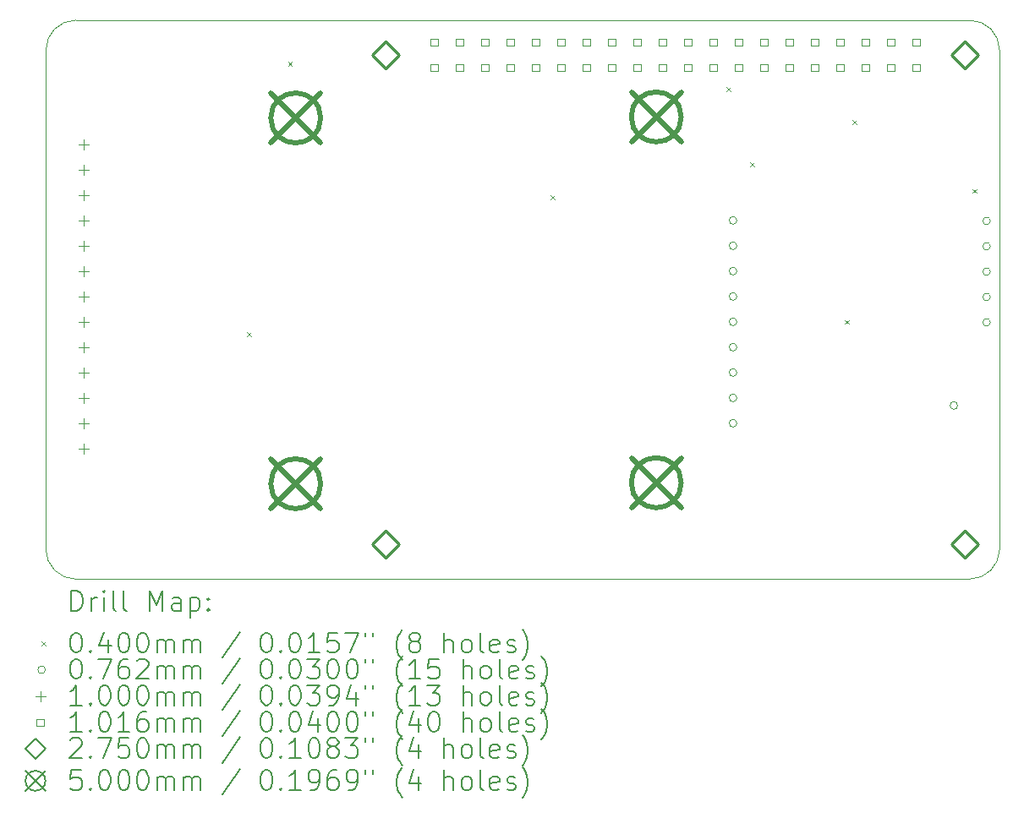
<source format=gbr>
%TF.GenerationSoftware,KiCad,Pcbnew,9.0.1*%
%TF.CreationDate,2025-04-07T13:35:56-07:00*%
%TF.ProjectId,Groundstation_433_Hat,47726f75-6e64-4737-9461-74696f6e5f34,1.3*%
%TF.SameCoordinates,Original*%
%TF.FileFunction,Drillmap*%
%TF.FilePolarity,Positive*%
%FSLAX45Y45*%
G04 Gerber Fmt 4.5, Leading zero omitted, Abs format (unit mm)*
G04 Created by KiCad (PCBNEW 9.0.1) date 2025-04-07 13:35:56*
%MOMM*%
%LPD*%
G01*
G04 APERTURE LIST*
%ADD10C,0.100000*%
%ADD11C,0.200000*%
%ADD12C,0.101600*%
%ADD13C,0.275000*%
%ADD14C,0.500000*%
G04 APERTURE END LIST*
D10*
X10250394Y-11600000D02*
G75*
G02*
X9950390Y-11300000I6J300010D01*
G01*
X9950394Y-11300000D02*
X9950394Y-6300000D01*
X19200000Y-6000000D02*
X10250394Y-6000000D01*
X19500000Y-11300000D02*
G75*
G02*
X19200000Y-11600000I-300000J0D01*
G01*
X19500000Y-6300000D02*
X19500000Y-11300000D01*
X9950394Y-6300000D02*
G75*
G02*
X10250394Y-6000004I299996J0D01*
G01*
X19200000Y-6000000D02*
G75*
G02*
X19500000Y-6300000I0J-300000D01*
G01*
X19200000Y-11600000D02*
X10250394Y-11600000D01*
D11*
D10*
X11962394Y-9124000D02*
X12002394Y-9164000D01*
X12002394Y-9124000D02*
X11962394Y-9164000D01*
X12375394Y-6420000D02*
X12415394Y-6460000D01*
X12415394Y-6420000D02*
X12375394Y-6460000D01*
X15002894Y-7755000D02*
X15042894Y-7795000D01*
X15042894Y-7755000D02*
X15002894Y-7795000D01*
X16765394Y-6670000D02*
X16805394Y-6710000D01*
X16805394Y-6670000D02*
X16765394Y-6710000D01*
X17001652Y-7424465D02*
X17041652Y-7464465D01*
X17041652Y-7424465D02*
X17001652Y-7464465D01*
X17952894Y-9005000D02*
X17992894Y-9045000D01*
X17992894Y-9005000D02*
X17952894Y-9045000D01*
X18027894Y-7000619D02*
X18067894Y-7040619D01*
X18067894Y-7000619D02*
X18027894Y-7040619D01*
X19227894Y-7692500D02*
X19267894Y-7732500D01*
X19267894Y-7692500D02*
X19227894Y-7732500D01*
X16868858Y-8006423D02*
G75*
G02*
X16792658Y-8006423I-38100J0D01*
G01*
X16792658Y-8006423D02*
G75*
G02*
X16868858Y-8006423I38100J0D01*
G01*
X16868858Y-8260423D02*
G75*
G02*
X16792658Y-8260423I-38100J0D01*
G01*
X16792658Y-8260423D02*
G75*
G02*
X16868858Y-8260423I38100J0D01*
G01*
X16868858Y-8514423D02*
G75*
G02*
X16792658Y-8514423I-38100J0D01*
G01*
X16792658Y-8514423D02*
G75*
G02*
X16868858Y-8514423I38100J0D01*
G01*
X16868858Y-8768423D02*
G75*
G02*
X16792658Y-8768423I-38100J0D01*
G01*
X16792658Y-8768423D02*
G75*
G02*
X16868858Y-8768423I38100J0D01*
G01*
X16868858Y-9022423D02*
G75*
G02*
X16792658Y-9022423I-38100J0D01*
G01*
X16792658Y-9022423D02*
G75*
G02*
X16868858Y-9022423I38100J0D01*
G01*
X16868858Y-9276423D02*
G75*
G02*
X16792658Y-9276423I-38100J0D01*
G01*
X16792658Y-9276423D02*
G75*
G02*
X16868858Y-9276423I38100J0D01*
G01*
X16868858Y-9530423D02*
G75*
G02*
X16792658Y-9530423I-38100J0D01*
G01*
X16792658Y-9530423D02*
G75*
G02*
X16868858Y-9530423I38100J0D01*
G01*
X16868858Y-9784423D02*
G75*
G02*
X16792658Y-9784423I-38100J0D01*
G01*
X16792658Y-9784423D02*
G75*
G02*
X16868858Y-9784423I38100J0D01*
G01*
X16868858Y-10038423D02*
G75*
G02*
X16792658Y-10038423I-38100J0D01*
G01*
X16792658Y-10038423D02*
G75*
G02*
X16868858Y-10038423I38100J0D01*
G01*
X19079930Y-9860777D02*
G75*
G02*
X19003730Y-9860777I-38100J0D01*
G01*
X19003730Y-9860777D02*
G75*
G02*
X19079930Y-9860777I38100J0D01*
G01*
X19407590Y-8011657D02*
G75*
G02*
X19331390Y-8011657I-38100J0D01*
G01*
X19331390Y-8011657D02*
G75*
G02*
X19407590Y-8011657I38100J0D01*
G01*
X19407590Y-8265657D02*
G75*
G02*
X19331390Y-8265657I-38100J0D01*
G01*
X19331390Y-8265657D02*
G75*
G02*
X19407590Y-8265657I38100J0D01*
G01*
X19407590Y-8519657D02*
G75*
G02*
X19331390Y-8519657I-38100J0D01*
G01*
X19331390Y-8519657D02*
G75*
G02*
X19407590Y-8519657I38100J0D01*
G01*
X19407590Y-8773657D02*
G75*
G02*
X19331390Y-8773657I-38100J0D01*
G01*
X19331390Y-8773657D02*
G75*
G02*
X19407590Y-8773657I38100J0D01*
G01*
X19407590Y-9027657D02*
G75*
G02*
X19331390Y-9027657I-38100J0D01*
G01*
X19331390Y-9027657D02*
G75*
G02*
X19407590Y-9027657I38100J0D01*
G01*
X10331394Y-7194000D02*
X10331394Y-7294000D01*
X10281394Y-7244000D02*
X10381394Y-7244000D01*
X10331394Y-7448000D02*
X10331394Y-7548000D01*
X10281394Y-7498000D02*
X10381394Y-7498000D01*
X10331394Y-7702000D02*
X10331394Y-7802000D01*
X10281394Y-7752000D02*
X10381394Y-7752000D01*
X10331394Y-7956000D02*
X10331394Y-8056000D01*
X10281394Y-8006000D02*
X10381394Y-8006000D01*
X10331394Y-8210000D02*
X10331394Y-8310000D01*
X10281394Y-8260000D02*
X10381394Y-8260000D01*
X10331394Y-8464000D02*
X10331394Y-8564000D01*
X10281394Y-8514000D02*
X10381394Y-8514000D01*
X10331394Y-8718000D02*
X10331394Y-8818000D01*
X10281394Y-8768000D02*
X10381394Y-8768000D01*
X10331394Y-8972000D02*
X10331394Y-9072000D01*
X10281394Y-9022000D02*
X10381394Y-9022000D01*
X10331394Y-9226000D02*
X10331394Y-9326000D01*
X10281394Y-9276000D02*
X10381394Y-9276000D01*
X10331394Y-9480000D02*
X10331394Y-9580000D01*
X10281394Y-9530000D02*
X10381394Y-9530000D01*
X10331394Y-9734000D02*
X10331394Y-9834000D01*
X10281394Y-9784000D02*
X10381394Y-9784000D01*
X10331394Y-9988000D02*
X10331394Y-10088000D01*
X10281394Y-10038000D02*
X10381394Y-10038000D01*
X10331394Y-10242000D02*
X10331394Y-10342000D01*
X10281394Y-10292000D02*
X10381394Y-10292000D01*
D12*
X13872921Y-6258921D02*
X13872921Y-6187079D01*
X13801079Y-6187079D01*
X13801079Y-6258921D01*
X13872921Y-6258921D01*
X13872921Y-6512921D02*
X13872921Y-6441079D01*
X13801079Y-6441079D01*
X13801079Y-6512921D01*
X13872921Y-6512921D01*
X14126921Y-6258921D02*
X14126921Y-6187079D01*
X14055079Y-6187079D01*
X14055079Y-6258921D01*
X14126921Y-6258921D01*
X14126921Y-6512921D02*
X14126921Y-6441079D01*
X14055079Y-6441079D01*
X14055079Y-6512921D01*
X14126921Y-6512921D01*
X14380921Y-6258921D02*
X14380921Y-6187079D01*
X14309079Y-6187079D01*
X14309079Y-6258921D01*
X14380921Y-6258921D01*
X14380921Y-6512921D02*
X14380921Y-6441079D01*
X14309079Y-6441079D01*
X14309079Y-6512921D01*
X14380921Y-6512921D01*
X14634921Y-6258921D02*
X14634921Y-6187079D01*
X14563079Y-6187079D01*
X14563079Y-6258921D01*
X14634921Y-6258921D01*
X14634921Y-6512921D02*
X14634921Y-6441079D01*
X14563079Y-6441079D01*
X14563079Y-6512921D01*
X14634921Y-6512921D01*
X14888921Y-6258921D02*
X14888921Y-6187079D01*
X14817079Y-6187079D01*
X14817079Y-6258921D01*
X14888921Y-6258921D01*
X14888921Y-6512921D02*
X14888921Y-6441079D01*
X14817079Y-6441079D01*
X14817079Y-6512921D01*
X14888921Y-6512921D01*
X15142921Y-6258921D02*
X15142921Y-6187079D01*
X15071079Y-6187079D01*
X15071079Y-6258921D01*
X15142921Y-6258921D01*
X15142921Y-6512921D02*
X15142921Y-6441079D01*
X15071079Y-6441079D01*
X15071079Y-6512921D01*
X15142921Y-6512921D01*
X15396921Y-6258921D02*
X15396921Y-6187079D01*
X15325079Y-6187079D01*
X15325079Y-6258921D01*
X15396921Y-6258921D01*
X15396921Y-6512921D02*
X15396921Y-6441079D01*
X15325079Y-6441079D01*
X15325079Y-6512921D01*
X15396921Y-6512921D01*
X15650921Y-6258921D02*
X15650921Y-6187079D01*
X15579079Y-6187079D01*
X15579079Y-6258921D01*
X15650921Y-6258921D01*
X15650921Y-6512921D02*
X15650921Y-6441079D01*
X15579079Y-6441079D01*
X15579079Y-6512921D01*
X15650921Y-6512921D01*
X15904921Y-6258921D02*
X15904921Y-6187079D01*
X15833079Y-6187079D01*
X15833079Y-6258921D01*
X15904921Y-6258921D01*
X15904921Y-6512921D02*
X15904921Y-6441079D01*
X15833079Y-6441079D01*
X15833079Y-6512921D01*
X15904921Y-6512921D01*
X16158921Y-6258921D02*
X16158921Y-6187079D01*
X16087079Y-6187079D01*
X16087079Y-6258921D01*
X16158921Y-6258921D01*
X16158921Y-6512921D02*
X16158921Y-6441079D01*
X16087079Y-6441079D01*
X16087079Y-6512921D01*
X16158921Y-6512921D01*
X16412921Y-6258921D02*
X16412921Y-6187079D01*
X16341079Y-6187079D01*
X16341079Y-6258921D01*
X16412921Y-6258921D01*
X16412921Y-6512921D02*
X16412921Y-6441079D01*
X16341079Y-6441079D01*
X16341079Y-6512921D01*
X16412921Y-6512921D01*
X16666921Y-6258921D02*
X16666921Y-6187079D01*
X16595079Y-6187079D01*
X16595079Y-6258921D01*
X16666921Y-6258921D01*
X16666921Y-6512921D02*
X16666921Y-6441079D01*
X16595079Y-6441079D01*
X16595079Y-6512921D01*
X16666921Y-6512921D01*
X16920921Y-6258921D02*
X16920921Y-6187079D01*
X16849079Y-6187079D01*
X16849079Y-6258921D01*
X16920921Y-6258921D01*
X16920921Y-6512921D02*
X16920921Y-6441079D01*
X16849079Y-6441079D01*
X16849079Y-6512921D01*
X16920921Y-6512921D01*
X17174921Y-6258921D02*
X17174921Y-6187079D01*
X17103079Y-6187079D01*
X17103079Y-6258921D01*
X17174921Y-6258921D01*
X17174921Y-6512921D02*
X17174921Y-6441079D01*
X17103079Y-6441079D01*
X17103079Y-6512921D01*
X17174921Y-6512921D01*
X17428921Y-6258921D02*
X17428921Y-6187079D01*
X17357079Y-6187079D01*
X17357079Y-6258921D01*
X17428921Y-6258921D01*
X17428921Y-6512921D02*
X17428921Y-6441079D01*
X17357079Y-6441079D01*
X17357079Y-6512921D01*
X17428921Y-6512921D01*
X17682921Y-6258921D02*
X17682921Y-6187079D01*
X17611079Y-6187079D01*
X17611079Y-6258921D01*
X17682921Y-6258921D01*
X17682921Y-6512921D02*
X17682921Y-6441079D01*
X17611079Y-6441079D01*
X17611079Y-6512921D01*
X17682921Y-6512921D01*
X17936921Y-6258921D02*
X17936921Y-6187079D01*
X17865079Y-6187079D01*
X17865079Y-6258921D01*
X17936921Y-6258921D01*
X17936921Y-6512921D02*
X17936921Y-6441079D01*
X17865079Y-6441079D01*
X17865079Y-6512921D01*
X17936921Y-6512921D01*
X18190921Y-6258921D02*
X18190921Y-6187079D01*
X18119079Y-6187079D01*
X18119079Y-6258921D01*
X18190921Y-6258921D01*
X18190921Y-6512921D02*
X18190921Y-6441079D01*
X18119079Y-6441079D01*
X18119079Y-6512921D01*
X18190921Y-6512921D01*
X18444921Y-6258921D02*
X18444921Y-6187079D01*
X18373079Y-6187079D01*
X18373079Y-6258921D01*
X18444921Y-6258921D01*
X18444921Y-6512921D02*
X18444921Y-6441079D01*
X18373079Y-6441079D01*
X18373079Y-6512921D01*
X18444921Y-6512921D01*
X18698921Y-6258921D02*
X18698921Y-6187079D01*
X18627079Y-6187079D01*
X18627079Y-6258921D01*
X18698921Y-6258921D01*
X18698921Y-6512921D02*
X18698921Y-6441079D01*
X18627079Y-6441079D01*
X18627079Y-6512921D01*
X18698921Y-6512921D01*
D13*
X13350000Y-6487500D02*
X13487500Y-6350000D01*
X13350000Y-6212500D01*
X13212500Y-6350000D01*
X13350000Y-6487500D01*
X13350000Y-11387500D02*
X13487500Y-11250000D01*
X13350000Y-11112500D01*
X13212500Y-11250000D01*
X13350000Y-11387500D01*
X19150000Y-6487500D02*
X19287500Y-6350000D01*
X19150000Y-6212500D01*
X19012500Y-6350000D01*
X19150000Y-6487500D01*
X19150000Y-11387500D02*
X19287500Y-11250000D01*
X19150000Y-11112500D01*
X19012500Y-11250000D01*
X19150000Y-11387500D01*
D14*
X12201841Y-6729577D02*
X12701841Y-7229577D01*
X12701841Y-6729577D02*
X12201841Y-7229577D01*
X12701841Y-6979577D02*
G75*
G02*
X12201841Y-6979577I-250000J0D01*
G01*
X12201841Y-6979577D02*
G75*
G02*
X12701841Y-6979577I250000J0D01*
G01*
X12201841Y-10394577D02*
X12701841Y-10894577D01*
X12701841Y-10394577D02*
X12201841Y-10894577D01*
X12701841Y-10644577D02*
G75*
G02*
X12201841Y-10644577I-250000J0D01*
G01*
X12201841Y-10644577D02*
G75*
G02*
X12701841Y-10644577I250000J0D01*
G01*
X15811841Y-6719577D02*
X16311841Y-7219577D01*
X16311841Y-6719577D02*
X15811841Y-7219577D01*
X16311841Y-6969577D02*
G75*
G02*
X15811841Y-6969577I-250000J0D01*
G01*
X15811841Y-6969577D02*
G75*
G02*
X16311841Y-6969577I250000J0D01*
G01*
X15811841Y-10384577D02*
X16311841Y-10884577D01*
X16311841Y-10384577D02*
X15811841Y-10884577D01*
X16311841Y-10634577D02*
G75*
G02*
X15811841Y-10634577I-250000J0D01*
G01*
X15811841Y-10634577D02*
G75*
G02*
X16311841Y-10634577I250000J0D01*
G01*
D11*
X10206171Y-11916484D02*
X10206171Y-11716484D01*
X10206171Y-11716484D02*
X10253790Y-11716484D01*
X10253790Y-11716484D02*
X10282361Y-11726008D01*
X10282361Y-11726008D02*
X10301409Y-11745055D01*
X10301409Y-11745055D02*
X10310932Y-11764103D01*
X10310932Y-11764103D02*
X10320456Y-11802198D01*
X10320456Y-11802198D02*
X10320456Y-11830769D01*
X10320456Y-11830769D02*
X10310932Y-11868865D01*
X10310932Y-11868865D02*
X10301409Y-11887912D01*
X10301409Y-11887912D02*
X10282361Y-11906960D01*
X10282361Y-11906960D02*
X10253790Y-11916484D01*
X10253790Y-11916484D02*
X10206171Y-11916484D01*
X10406171Y-11916484D02*
X10406171Y-11783150D01*
X10406171Y-11821246D02*
X10415694Y-11802198D01*
X10415694Y-11802198D02*
X10425218Y-11792674D01*
X10425218Y-11792674D02*
X10444266Y-11783150D01*
X10444266Y-11783150D02*
X10463313Y-11783150D01*
X10529980Y-11916484D02*
X10529980Y-11783150D01*
X10529980Y-11716484D02*
X10520456Y-11726008D01*
X10520456Y-11726008D02*
X10529980Y-11735531D01*
X10529980Y-11735531D02*
X10539504Y-11726008D01*
X10539504Y-11726008D02*
X10529980Y-11716484D01*
X10529980Y-11716484D02*
X10529980Y-11735531D01*
X10653790Y-11916484D02*
X10634742Y-11906960D01*
X10634742Y-11906960D02*
X10625218Y-11887912D01*
X10625218Y-11887912D02*
X10625218Y-11716484D01*
X10758551Y-11916484D02*
X10739504Y-11906960D01*
X10739504Y-11906960D02*
X10729980Y-11887912D01*
X10729980Y-11887912D02*
X10729980Y-11716484D01*
X10987123Y-11916484D02*
X10987123Y-11716484D01*
X10987123Y-11716484D02*
X11053790Y-11859341D01*
X11053790Y-11859341D02*
X11120456Y-11716484D01*
X11120456Y-11716484D02*
X11120456Y-11916484D01*
X11301409Y-11916484D02*
X11301409Y-11811722D01*
X11301409Y-11811722D02*
X11291885Y-11792674D01*
X11291885Y-11792674D02*
X11272837Y-11783150D01*
X11272837Y-11783150D02*
X11234742Y-11783150D01*
X11234742Y-11783150D02*
X11215694Y-11792674D01*
X11301409Y-11906960D02*
X11282361Y-11916484D01*
X11282361Y-11916484D02*
X11234742Y-11916484D01*
X11234742Y-11916484D02*
X11215694Y-11906960D01*
X11215694Y-11906960D02*
X11206170Y-11887912D01*
X11206170Y-11887912D02*
X11206170Y-11868865D01*
X11206170Y-11868865D02*
X11215694Y-11849817D01*
X11215694Y-11849817D02*
X11234742Y-11840293D01*
X11234742Y-11840293D02*
X11282361Y-11840293D01*
X11282361Y-11840293D02*
X11301409Y-11830769D01*
X11396647Y-11783150D02*
X11396647Y-11983150D01*
X11396647Y-11792674D02*
X11415694Y-11783150D01*
X11415694Y-11783150D02*
X11453790Y-11783150D01*
X11453790Y-11783150D02*
X11472837Y-11792674D01*
X11472837Y-11792674D02*
X11482361Y-11802198D01*
X11482361Y-11802198D02*
X11491885Y-11821246D01*
X11491885Y-11821246D02*
X11491885Y-11878388D01*
X11491885Y-11878388D02*
X11482361Y-11897436D01*
X11482361Y-11897436D02*
X11472837Y-11906960D01*
X11472837Y-11906960D02*
X11453790Y-11916484D01*
X11453790Y-11916484D02*
X11415694Y-11916484D01*
X11415694Y-11916484D02*
X11396647Y-11906960D01*
X11577599Y-11897436D02*
X11587123Y-11906960D01*
X11587123Y-11906960D02*
X11577599Y-11916484D01*
X11577599Y-11916484D02*
X11568075Y-11906960D01*
X11568075Y-11906960D02*
X11577599Y-11897436D01*
X11577599Y-11897436D02*
X11577599Y-11916484D01*
X11577599Y-11792674D02*
X11587123Y-11802198D01*
X11587123Y-11802198D02*
X11577599Y-11811722D01*
X11577599Y-11811722D02*
X11568075Y-11802198D01*
X11568075Y-11802198D02*
X11577599Y-11792674D01*
X11577599Y-11792674D02*
X11577599Y-11811722D01*
D10*
X9905394Y-12225000D02*
X9945394Y-12265000D01*
X9945394Y-12225000D02*
X9905394Y-12265000D01*
D11*
X10244266Y-12136484D02*
X10263313Y-12136484D01*
X10263313Y-12136484D02*
X10282361Y-12146008D01*
X10282361Y-12146008D02*
X10291885Y-12155531D01*
X10291885Y-12155531D02*
X10301409Y-12174579D01*
X10301409Y-12174579D02*
X10310932Y-12212674D01*
X10310932Y-12212674D02*
X10310932Y-12260293D01*
X10310932Y-12260293D02*
X10301409Y-12298388D01*
X10301409Y-12298388D02*
X10291885Y-12317436D01*
X10291885Y-12317436D02*
X10282361Y-12326960D01*
X10282361Y-12326960D02*
X10263313Y-12336484D01*
X10263313Y-12336484D02*
X10244266Y-12336484D01*
X10244266Y-12336484D02*
X10225218Y-12326960D01*
X10225218Y-12326960D02*
X10215694Y-12317436D01*
X10215694Y-12317436D02*
X10206171Y-12298388D01*
X10206171Y-12298388D02*
X10196647Y-12260293D01*
X10196647Y-12260293D02*
X10196647Y-12212674D01*
X10196647Y-12212674D02*
X10206171Y-12174579D01*
X10206171Y-12174579D02*
X10215694Y-12155531D01*
X10215694Y-12155531D02*
X10225218Y-12146008D01*
X10225218Y-12146008D02*
X10244266Y-12136484D01*
X10396647Y-12317436D02*
X10406171Y-12326960D01*
X10406171Y-12326960D02*
X10396647Y-12336484D01*
X10396647Y-12336484D02*
X10387123Y-12326960D01*
X10387123Y-12326960D02*
X10396647Y-12317436D01*
X10396647Y-12317436D02*
X10396647Y-12336484D01*
X10577599Y-12203150D02*
X10577599Y-12336484D01*
X10529980Y-12126960D02*
X10482361Y-12269817D01*
X10482361Y-12269817D02*
X10606171Y-12269817D01*
X10720456Y-12136484D02*
X10739504Y-12136484D01*
X10739504Y-12136484D02*
X10758552Y-12146008D01*
X10758552Y-12146008D02*
X10768075Y-12155531D01*
X10768075Y-12155531D02*
X10777599Y-12174579D01*
X10777599Y-12174579D02*
X10787123Y-12212674D01*
X10787123Y-12212674D02*
X10787123Y-12260293D01*
X10787123Y-12260293D02*
X10777599Y-12298388D01*
X10777599Y-12298388D02*
X10768075Y-12317436D01*
X10768075Y-12317436D02*
X10758552Y-12326960D01*
X10758552Y-12326960D02*
X10739504Y-12336484D01*
X10739504Y-12336484D02*
X10720456Y-12336484D01*
X10720456Y-12336484D02*
X10701409Y-12326960D01*
X10701409Y-12326960D02*
X10691885Y-12317436D01*
X10691885Y-12317436D02*
X10682361Y-12298388D01*
X10682361Y-12298388D02*
X10672837Y-12260293D01*
X10672837Y-12260293D02*
X10672837Y-12212674D01*
X10672837Y-12212674D02*
X10682361Y-12174579D01*
X10682361Y-12174579D02*
X10691885Y-12155531D01*
X10691885Y-12155531D02*
X10701409Y-12146008D01*
X10701409Y-12146008D02*
X10720456Y-12136484D01*
X10910932Y-12136484D02*
X10929980Y-12136484D01*
X10929980Y-12136484D02*
X10949028Y-12146008D01*
X10949028Y-12146008D02*
X10958552Y-12155531D01*
X10958552Y-12155531D02*
X10968075Y-12174579D01*
X10968075Y-12174579D02*
X10977599Y-12212674D01*
X10977599Y-12212674D02*
X10977599Y-12260293D01*
X10977599Y-12260293D02*
X10968075Y-12298388D01*
X10968075Y-12298388D02*
X10958552Y-12317436D01*
X10958552Y-12317436D02*
X10949028Y-12326960D01*
X10949028Y-12326960D02*
X10929980Y-12336484D01*
X10929980Y-12336484D02*
X10910932Y-12336484D01*
X10910932Y-12336484D02*
X10891885Y-12326960D01*
X10891885Y-12326960D02*
X10882361Y-12317436D01*
X10882361Y-12317436D02*
X10872837Y-12298388D01*
X10872837Y-12298388D02*
X10863313Y-12260293D01*
X10863313Y-12260293D02*
X10863313Y-12212674D01*
X10863313Y-12212674D02*
X10872837Y-12174579D01*
X10872837Y-12174579D02*
X10882361Y-12155531D01*
X10882361Y-12155531D02*
X10891885Y-12146008D01*
X10891885Y-12146008D02*
X10910932Y-12136484D01*
X11063313Y-12336484D02*
X11063313Y-12203150D01*
X11063313Y-12222198D02*
X11072837Y-12212674D01*
X11072837Y-12212674D02*
X11091885Y-12203150D01*
X11091885Y-12203150D02*
X11120456Y-12203150D01*
X11120456Y-12203150D02*
X11139504Y-12212674D01*
X11139504Y-12212674D02*
X11149028Y-12231722D01*
X11149028Y-12231722D02*
X11149028Y-12336484D01*
X11149028Y-12231722D02*
X11158552Y-12212674D01*
X11158552Y-12212674D02*
X11177599Y-12203150D01*
X11177599Y-12203150D02*
X11206170Y-12203150D01*
X11206170Y-12203150D02*
X11225218Y-12212674D01*
X11225218Y-12212674D02*
X11234742Y-12231722D01*
X11234742Y-12231722D02*
X11234742Y-12336484D01*
X11329980Y-12336484D02*
X11329980Y-12203150D01*
X11329980Y-12222198D02*
X11339504Y-12212674D01*
X11339504Y-12212674D02*
X11358551Y-12203150D01*
X11358551Y-12203150D02*
X11387123Y-12203150D01*
X11387123Y-12203150D02*
X11406171Y-12212674D01*
X11406171Y-12212674D02*
X11415694Y-12231722D01*
X11415694Y-12231722D02*
X11415694Y-12336484D01*
X11415694Y-12231722D02*
X11425218Y-12212674D01*
X11425218Y-12212674D02*
X11444266Y-12203150D01*
X11444266Y-12203150D02*
X11472837Y-12203150D01*
X11472837Y-12203150D02*
X11491885Y-12212674D01*
X11491885Y-12212674D02*
X11501409Y-12231722D01*
X11501409Y-12231722D02*
X11501409Y-12336484D01*
X11891885Y-12126960D02*
X11720456Y-12384103D01*
X12149028Y-12136484D02*
X12168075Y-12136484D01*
X12168075Y-12136484D02*
X12187123Y-12146008D01*
X12187123Y-12146008D02*
X12196647Y-12155531D01*
X12196647Y-12155531D02*
X12206171Y-12174579D01*
X12206171Y-12174579D02*
X12215694Y-12212674D01*
X12215694Y-12212674D02*
X12215694Y-12260293D01*
X12215694Y-12260293D02*
X12206171Y-12298388D01*
X12206171Y-12298388D02*
X12196647Y-12317436D01*
X12196647Y-12317436D02*
X12187123Y-12326960D01*
X12187123Y-12326960D02*
X12168075Y-12336484D01*
X12168075Y-12336484D02*
X12149028Y-12336484D01*
X12149028Y-12336484D02*
X12129980Y-12326960D01*
X12129980Y-12326960D02*
X12120456Y-12317436D01*
X12120456Y-12317436D02*
X12110933Y-12298388D01*
X12110933Y-12298388D02*
X12101409Y-12260293D01*
X12101409Y-12260293D02*
X12101409Y-12212674D01*
X12101409Y-12212674D02*
X12110933Y-12174579D01*
X12110933Y-12174579D02*
X12120456Y-12155531D01*
X12120456Y-12155531D02*
X12129980Y-12146008D01*
X12129980Y-12146008D02*
X12149028Y-12136484D01*
X12301409Y-12317436D02*
X12310933Y-12326960D01*
X12310933Y-12326960D02*
X12301409Y-12336484D01*
X12301409Y-12336484D02*
X12291885Y-12326960D01*
X12291885Y-12326960D02*
X12301409Y-12317436D01*
X12301409Y-12317436D02*
X12301409Y-12336484D01*
X12434742Y-12136484D02*
X12453790Y-12136484D01*
X12453790Y-12136484D02*
X12472837Y-12146008D01*
X12472837Y-12146008D02*
X12482361Y-12155531D01*
X12482361Y-12155531D02*
X12491885Y-12174579D01*
X12491885Y-12174579D02*
X12501409Y-12212674D01*
X12501409Y-12212674D02*
X12501409Y-12260293D01*
X12501409Y-12260293D02*
X12491885Y-12298388D01*
X12491885Y-12298388D02*
X12482361Y-12317436D01*
X12482361Y-12317436D02*
X12472837Y-12326960D01*
X12472837Y-12326960D02*
X12453790Y-12336484D01*
X12453790Y-12336484D02*
X12434742Y-12336484D01*
X12434742Y-12336484D02*
X12415694Y-12326960D01*
X12415694Y-12326960D02*
X12406171Y-12317436D01*
X12406171Y-12317436D02*
X12396647Y-12298388D01*
X12396647Y-12298388D02*
X12387123Y-12260293D01*
X12387123Y-12260293D02*
X12387123Y-12212674D01*
X12387123Y-12212674D02*
X12396647Y-12174579D01*
X12396647Y-12174579D02*
X12406171Y-12155531D01*
X12406171Y-12155531D02*
X12415694Y-12146008D01*
X12415694Y-12146008D02*
X12434742Y-12136484D01*
X12691885Y-12336484D02*
X12577599Y-12336484D01*
X12634742Y-12336484D02*
X12634742Y-12136484D01*
X12634742Y-12136484D02*
X12615694Y-12165055D01*
X12615694Y-12165055D02*
X12596647Y-12184103D01*
X12596647Y-12184103D02*
X12577599Y-12193627D01*
X12872837Y-12136484D02*
X12777599Y-12136484D01*
X12777599Y-12136484D02*
X12768075Y-12231722D01*
X12768075Y-12231722D02*
X12777599Y-12222198D01*
X12777599Y-12222198D02*
X12796647Y-12212674D01*
X12796647Y-12212674D02*
X12844266Y-12212674D01*
X12844266Y-12212674D02*
X12863314Y-12222198D01*
X12863314Y-12222198D02*
X12872837Y-12231722D01*
X12872837Y-12231722D02*
X12882361Y-12250769D01*
X12882361Y-12250769D02*
X12882361Y-12298388D01*
X12882361Y-12298388D02*
X12872837Y-12317436D01*
X12872837Y-12317436D02*
X12863314Y-12326960D01*
X12863314Y-12326960D02*
X12844266Y-12336484D01*
X12844266Y-12336484D02*
X12796647Y-12336484D01*
X12796647Y-12336484D02*
X12777599Y-12326960D01*
X12777599Y-12326960D02*
X12768075Y-12317436D01*
X12949028Y-12136484D02*
X13082361Y-12136484D01*
X13082361Y-12136484D02*
X12996647Y-12336484D01*
X13149028Y-12136484D02*
X13149028Y-12174579D01*
X13225218Y-12136484D02*
X13225218Y-12174579D01*
X13520457Y-12412674D02*
X13510933Y-12403150D01*
X13510933Y-12403150D02*
X13491885Y-12374579D01*
X13491885Y-12374579D02*
X13482361Y-12355531D01*
X13482361Y-12355531D02*
X13472837Y-12326960D01*
X13472837Y-12326960D02*
X13463314Y-12279341D01*
X13463314Y-12279341D02*
X13463314Y-12241246D01*
X13463314Y-12241246D02*
X13472837Y-12193627D01*
X13472837Y-12193627D02*
X13482361Y-12165055D01*
X13482361Y-12165055D02*
X13491885Y-12146008D01*
X13491885Y-12146008D02*
X13510933Y-12117436D01*
X13510933Y-12117436D02*
X13520457Y-12107912D01*
X13625218Y-12222198D02*
X13606171Y-12212674D01*
X13606171Y-12212674D02*
X13596647Y-12203150D01*
X13596647Y-12203150D02*
X13587123Y-12184103D01*
X13587123Y-12184103D02*
X13587123Y-12174579D01*
X13587123Y-12174579D02*
X13596647Y-12155531D01*
X13596647Y-12155531D02*
X13606171Y-12146008D01*
X13606171Y-12146008D02*
X13625218Y-12136484D01*
X13625218Y-12136484D02*
X13663314Y-12136484D01*
X13663314Y-12136484D02*
X13682361Y-12146008D01*
X13682361Y-12146008D02*
X13691885Y-12155531D01*
X13691885Y-12155531D02*
X13701409Y-12174579D01*
X13701409Y-12174579D02*
X13701409Y-12184103D01*
X13701409Y-12184103D02*
X13691885Y-12203150D01*
X13691885Y-12203150D02*
X13682361Y-12212674D01*
X13682361Y-12212674D02*
X13663314Y-12222198D01*
X13663314Y-12222198D02*
X13625218Y-12222198D01*
X13625218Y-12222198D02*
X13606171Y-12231722D01*
X13606171Y-12231722D02*
X13596647Y-12241246D01*
X13596647Y-12241246D02*
X13587123Y-12260293D01*
X13587123Y-12260293D02*
X13587123Y-12298388D01*
X13587123Y-12298388D02*
X13596647Y-12317436D01*
X13596647Y-12317436D02*
X13606171Y-12326960D01*
X13606171Y-12326960D02*
X13625218Y-12336484D01*
X13625218Y-12336484D02*
X13663314Y-12336484D01*
X13663314Y-12336484D02*
X13682361Y-12326960D01*
X13682361Y-12326960D02*
X13691885Y-12317436D01*
X13691885Y-12317436D02*
X13701409Y-12298388D01*
X13701409Y-12298388D02*
X13701409Y-12260293D01*
X13701409Y-12260293D02*
X13691885Y-12241246D01*
X13691885Y-12241246D02*
X13682361Y-12231722D01*
X13682361Y-12231722D02*
X13663314Y-12222198D01*
X13939504Y-12336484D02*
X13939504Y-12136484D01*
X14025218Y-12336484D02*
X14025218Y-12231722D01*
X14025218Y-12231722D02*
X14015695Y-12212674D01*
X14015695Y-12212674D02*
X13996647Y-12203150D01*
X13996647Y-12203150D02*
X13968076Y-12203150D01*
X13968076Y-12203150D02*
X13949028Y-12212674D01*
X13949028Y-12212674D02*
X13939504Y-12222198D01*
X14149028Y-12336484D02*
X14129980Y-12326960D01*
X14129980Y-12326960D02*
X14120457Y-12317436D01*
X14120457Y-12317436D02*
X14110933Y-12298388D01*
X14110933Y-12298388D02*
X14110933Y-12241246D01*
X14110933Y-12241246D02*
X14120457Y-12222198D01*
X14120457Y-12222198D02*
X14129980Y-12212674D01*
X14129980Y-12212674D02*
X14149028Y-12203150D01*
X14149028Y-12203150D02*
X14177599Y-12203150D01*
X14177599Y-12203150D02*
X14196647Y-12212674D01*
X14196647Y-12212674D02*
X14206171Y-12222198D01*
X14206171Y-12222198D02*
X14215695Y-12241246D01*
X14215695Y-12241246D02*
X14215695Y-12298388D01*
X14215695Y-12298388D02*
X14206171Y-12317436D01*
X14206171Y-12317436D02*
X14196647Y-12326960D01*
X14196647Y-12326960D02*
X14177599Y-12336484D01*
X14177599Y-12336484D02*
X14149028Y-12336484D01*
X14329980Y-12336484D02*
X14310933Y-12326960D01*
X14310933Y-12326960D02*
X14301409Y-12307912D01*
X14301409Y-12307912D02*
X14301409Y-12136484D01*
X14482361Y-12326960D02*
X14463314Y-12336484D01*
X14463314Y-12336484D02*
X14425218Y-12336484D01*
X14425218Y-12336484D02*
X14406171Y-12326960D01*
X14406171Y-12326960D02*
X14396647Y-12307912D01*
X14396647Y-12307912D02*
X14396647Y-12231722D01*
X14396647Y-12231722D02*
X14406171Y-12212674D01*
X14406171Y-12212674D02*
X14425218Y-12203150D01*
X14425218Y-12203150D02*
X14463314Y-12203150D01*
X14463314Y-12203150D02*
X14482361Y-12212674D01*
X14482361Y-12212674D02*
X14491885Y-12231722D01*
X14491885Y-12231722D02*
X14491885Y-12250769D01*
X14491885Y-12250769D02*
X14396647Y-12269817D01*
X14568076Y-12326960D02*
X14587123Y-12336484D01*
X14587123Y-12336484D02*
X14625218Y-12336484D01*
X14625218Y-12336484D02*
X14644266Y-12326960D01*
X14644266Y-12326960D02*
X14653790Y-12307912D01*
X14653790Y-12307912D02*
X14653790Y-12298388D01*
X14653790Y-12298388D02*
X14644266Y-12279341D01*
X14644266Y-12279341D02*
X14625218Y-12269817D01*
X14625218Y-12269817D02*
X14596647Y-12269817D01*
X14596647Y-12269817D02*
X14577599Y-12260293D01*
X14577599Y-12260293D02*
X14568076Y-12241246D01*
X14568076Y-12241246D02*
X14568076Y-12231722D01*
X14568076Y-12231722D02*
X14577599Y-12212674D01*
X14577599Y-12212674D02*
X14596647Y-12203150D01*
X14596647Y-12203150D02*
X14625218Y-12203150D01*
X14625218Y-12203150D02*
X14644266Y-12212674D01*
X14720457Y-12412674D02*
X14729980Y-12403150D01*
X14729980Y-12403150D02*
X14749028Y-12374579D01*
X14749028Y-12374579D02*
X14758552Y-12355531D01*
X14758552Y-12355531D02*
X14768076Y-12326960D01*
X14768076Y-12326960D02*
X14777599Y-12279341D01*
X14777599Y-12279341D02*
X14777599Y-12241246D01*
X14777599Y-12241246D02*
X14768076Y-12193627D01*
X14768076Y-12193627D02*
X14758552Y-12165055D01*
X14758552Y-12165055D02*
X14749028Y-12146008D01*
X14749028Y-12146008D02*
X14729980Y-12117436D01*
X14729980Y-12117436D02*
X14720457Y-12107912D01*
D10*
X9945394Y-12509000D02*
G75*
G02*
X9869194Y-12509000I-38100J0D01*
G01*
X9869194Y-12509000D02*
G75*
G02*
X9945394Y-12509000I38100J0D01*
G01*
D11*
X10244266Y-12400484D02*
X10263313Y-12400484D01*
X10263313Y-12400484D02*
X10282361Y-12410008D01*
X10282361Y-12410008D02*
X10291885Y-12419531D01*
X10291885Y-12419531D02*
X10301409Y-12438579D01*
X10301409Y-12438579D02*
X10310932Y-12476674D01*
X10310932Y-12476674D02*
X10310932Y-12524293D01*
X10310932Y-12524293D02*
X10301409Y-12562388D01*
X10301409Y-12562388D02*
X10291885Y-12581436D01*
X10291885Y-12581436D02*
X10282361Y-12590960D01*
X10282361Y-12590960D02*
X10263313Y-12600484D01*
X10263313Y-12600484D02*
X10244266Y-12600484D01*
X10244266Y-12600484D02*
X10225218Y-12590960D01*
X10225218Y-12590960D02*
X10215694Y-12581436D01*
X10215694Y-12581436D02*
X10206171Y-12562388D01*
X10206171Y-12562388D02*
X10196647Y-12524293D01*
X10196647Y-12524293D02*
X10196647Y-12476674D01*
X10196647Y-12476674D02*
X10206171Y-12438579D01*
X10206171Y-12438579D02*
X10215694Y-12419531D01*
X10215694Y-12419531D02*
X10225218Y-12410008D01*
X10225218Y-12410008D02*
X10244266Y-12400484D01*
X10396647Y-12581436D02*
X10406171Y-12590960D01*
X10406171Y-12590960D02*
X10396647Y-12600484D01*
X10396647Y-12600484D02*
X10387123Y-12590960D01*
X10387123Y-12590960D02*
X10396647Y-12581436D01*
X10396647Y-12581436D02*
X10396647Y-12600484D01*
X10472837Y-12400484D02*
X10606171Y-12400484D01*
X10606171Y-12400484D02*
X10520456Y-12600484D01*
X10768075Y-12400484D02*
X10729980Y-12400484D01*
X10729980Y-12400484D02*
X10710932Y-12410008D01*
X10710932Y-12410008D02*
X10701409Y-12419531D01*
X10701409Y-12419531D02*
X10682361Y-12448103D01*
X10682361Y-12448103D02*
X10672837Y-12486198D01*
X10672837Y-12486198D02*
X10672837Y-12562388D01*
X10672837Y-12562388D02*
X10682361Y-12581436D01*
X10682361Y-12581436D02*
X10691885Y-12590960D01*
X10691885Y-12590960D02*
X10710932Y-12600484D01*
X10710932Y-12600484D02*
X10749028Y-12600484D01*
X10749028Y-12600484D02*
X10768075Y-12590960D01*
X10768075Y-12590960D02*
X10777599Y-12581436D01*
X10777599Y-12581436D02*
X10787123Y-12562388D01*
X10787123Y-12562388D02*
X10787123Y-12514769D01*
X10787123Y-12514769D02*
X10777599Y-12495722D01*
X10777599Y-12495722D02*
X10768075Y-12486198D01*
X10768075Y-12486198D02*
X10749028Y-12476674D01*
X10749028Y-12476674D02*
X10710932Y-12476674D01*
X10710932Y-12476674D02*
X10691885Y-12486198D01*
X10691885Y-12486198D02*
X10682361Y-12495722D01*
X10682361Y-12495722D02*
X10672837Y-12514769D01*
X10863313Y-12419531D02*
X10872837Y-12410008D01*
X10872837Y-12410008D02*
X10891885Y-12400484D01*
X10891885Y-12400484D02*
X10939504Y-12400484D01*
X10939504Y-12400484D02*
X10958552Y-12410008D01*
X10958552Y-12410008D02*
X10968075Y-12419531D01*
X10968075Y-12419531D02*
X10977599Y-12438579D01*
X10977599Y-12438579D02*
X10977599Y-12457627D01*
X10977599Y-12457627D02*
X10968075Y-12486198D01*
X10968075Y-12486198D02*
X10853790Y-12600484D01*
X10853790Y-12600484D02*
X10977599Y-12600484D01*
X11063313Y-12600484D02*
X11063313Y-12467150D01*
X11063313Y-12486198D02*
X11072837Y-12476674D01*
X11072837Y-12476674D02*
X11091885Y-12467150D01*
X11091885Y-12467150D02*
X11120456Y-12467150D01*
X11120456Y-12467150D02*
X11139504Y-12476674D01*
X11139504Y-12476674D02*
X11149028Y-12495722D01*
X11149028Y-12495722D02*
X11149028Y-12600484D01*
X11149028Y-12495722D02*
X11158552Y-12476674D01*
X11158552Y-12476674D02*
X11177599Y-12467150D01*
X11177599Y-12467150D02*
X11206170Y-12467150D01*
X11206170Y-12467150D02*
X11225218Y-12476674D01*
X11225218Y-12476674D02*
X11234742Y-12495722D01*
X11234742Y-12495722D02*
X11234742Y-12600484D01*
X11329980Y-12600484D02*
X11329980Y-12467150D01*
X11329980Y-12486198D02*
X11339504Y-12476674D01*
X11339504Y-12476674D02*
X11358551Y-12467150D01*
X11358551Y-12467150D02*
X11387123Y-12467150D01*
X11387123Y-12467150D02*
X11406171Y-12476674D01*
X11406171Y-12476674D02*
X11415694Y-12495722D01*
X11415694Y-12495722D02*
X11415694Y-12600484D01*
X11415694Y-12495722D02*
X11425218Y-12476674D01*
X11425218Y-12476674D02*
X11444266Y-12467150D01*
X11444266Y-12467150D02*
X11472837Y-12467150D01*
X11472837Y-12467150D02*
X11491885Y-12476674D01*
X11491885Y-12476674D02*
X11501409Y-12495722D01*
X11501409Y-12495722D02*
X11501409Y-12600484D01*
X11891885Y-12390960D02*
X11720456Y-12648103D01*
X12149028Y-12400484D02*
X12168075Y-12400484D01*
X12168075Y-12400484D02*
X12187123Y-12410008D01*
X12187123Y-12410008D02*
X12196647Y-12419531D01*
X12196647Y-12419531D02*
X12206171Y-12438579D01*
X12206171Y-12438579D02*
X12215694Y-12476674D01*
X12215694Y-12476674D02*
X12215694Y-12524293D01*
X12215694Y-12524293D02*
X12206171Y-12562388D01*
X12206171Y-12562388D02*
X12196647Y-12581436D01*
X12196647Y-12581436D02*
X12187123Y-12590960D01*
X12187123Y-12590960D02*
X12168075Y-12600484D01*
X12168075Y-12600484D02*
X12149028Y-12600484D01*
X12149028Y-12600484D02*
X12129980Y-12590960D01*
X12129980Y-12590960D02*
X12120456Y-12581436D01*
X12120456Y-12581436D02*
X12110933Y-12562388D01*
X12110933Y-12562388D02*
X12101409Y-12524293D01*
X12101409Y-12524293D02*
X12101409Y-12476674D01*
X12101409Y-12476674D02*
X12110933Y-12438579D01*
X12110933Y-12438579D02*
X12120456Y-12419531D01*
X12120456Y-12419531D02*
X12129980Y-12410008D01*
X12129980Y-12410008D02*
X12149028Y-12400484D01*
X12301409Y-12581436D02*
X12310933Y-12590960D01*
X12310933Y-12590960D02*
X12301409Y-12600484D01*
X12301409Y-12600484D02*
X12291885Y-12590960D01*
X12291885Y-12590960D02*
X12301409Y-12581436D01*
X12301409Y-12581436D02*
X12301409Y-12600484D01*
X12434742Y-12400484D02*
X12453790Y-12400484D01*
X12453790Y-12400484D02*
X12472837Y-12410008D01*
X12472837Y-12410008D02*
X12482361Y-12419531D01*
X12482361Y-12419531D02*
X12491885Y-12438579D01*
X12491885Y-12438579D02*
X12501409Y-12476674D01*
X12501409Y-12476674D02*
X12501409Y-12524293D01*
X12501409Y-12524293D02*
X12491885Y-12562388D01*
X12491885Y-12562388D02*
X12482361Y-12581436D01*
X12482361Y-12581436D02*
X12472837Y-12590960D01*
X12472837Y-12590960D02*
X12453790Y-12600484D01*
X12453790Y-12600484D02*
X12434742Y-12600484D01*
X12434742Y-12600484D02*
X12415694Y-12590960D01*
X12415694Y-12590960D02*
X12406171Y-12581436D01*
X12406171Y-12581436D02*
X12396647Y-12562388D01*
X12396647Y-12562388D02*
X12387123Y-12524293D01*
X12387123Y-12524293D02*
X12387123Y-12476674D01*
X12387123Y-12476674D02*
X12396647Y-12438579D01*
X12396647Y-12438579D02*
X12406171Y-12419531D01*
X12406171Y-12419531D02*
X12415694Y-12410008D01*
X12415694Y-12410008D02*
X12434742Y-12400484D01*
X12568075Y-12400484D02*
X12691885Y-12400484D01*
X12691885Y-12400484D02*
X12625218Y-12476674D01*
X12625218Y-12476674D02*
X12653790Y-12476674D01*
X12653790Y-12476674D02*
X12672837Y-12486198D01*
X12672837Y-12486198D02*
X12682361Y-12495722D01*
X12682361Y-12495722D02*
X12691885Y-12514769D01*
X12691885Y-12514769D02*
X12691885Y-12562388D01*
X12691885Y-12562388D02*
X12682361Y-12581436D01*
X12682361Y-12581436D02*
X12672837Y-12590960D01*
X12672837Y-12590960D02*
X12653790Y-12600484D01*
X12653790Y-12600484D02*
X12596647Y-12600484D01*
X12596647Y-12600484D02*
X12577599Y-12590960D01*
X12577599Y-12590960D02*
X12568075Y-12581436D01*
X12815694Y-12400484D02*
X12834742Y-12400484D01*
X12834742Y-12400484D02*
X12853790Y-12410008D01*
X12853790Y-12410008D02*
X12863314Y-12419531D01*
X12863314Y-12419531D02*
X12872837Y-12438579D01*
X12872837Y-12438579D02*
X12882361Y-12476674D01*
X12882361Y-12476674D02*
X12882361Y-12524293D01*
X12882361Y-12524293D02*
X12872837Y-12562388D01*
X12872837Y-12562388D02*
X12863314Y-12581436D01*
X12863314Y-12581436D02*
X12853790Y-12590960D01*
X12853790Y-12590960D02*
X12834742Y-12600484D01*
X12834742Y-12600484D02*
X12815694Y-12600484D01*
X12815694Y-12600484D02*
X12796647Y-12590960D01*
X12796647Y-12590960D02*
X12787123Y-12581436D01*
X12787123Y-12581436D02*
X12777599Y-12562388D01*
X12777599Y-12562388D02*
X12768075Y-12524293D01*
X12768075Y-12524293D02*
X12768075Y-12476674D01*
X12768075Y-12476674D02*
X12777599Y-12438579D01*
X12777599Y-12438579D02*
X12787123Y-12419531D01*
X12787123Y-12419531D02*
X12796647Y-12410008D01*
X12796647Y-12410008D02*
X12815694Y-12400484D01*
X13006171Y-12400484D02*
X13025218Y-12400484D01*
X13025218Y-12400484D02*
X13044266Y-12410008D01*
X13044266Y-12410008D02*
X13053790Y-12419531D01*
X13053790Y-12419531D02*
X13063314Y-12438579D01*
X13063314Y-12438579D02*
X13072837Y-12476674D01*
X13072837Y-12476674D02*
X13072837Y-12524293D01*
X13072837Y-12524293D02*
X13063314Y-12562388D01*
X13063314Y-12562388D02*
X13053790Y-12581436D01*
X13053790Y-12581436D02*
X13044266Y-12590960D01*
X13044266Y-12590960D02*
X13025218Y-12600484D01*
X13025218Y-12600484D02*
X13006171Y-12600484D01*
X13006171Y-12600484D02*
X12987123Y-12590960D01*
X12987123Y-12590960D02*
X12977599Y-12581436D01*
X12977599Y-12581436D02*
X12968075Y-12562388D01*
X12968075Y-12562388D02*
X12958552Y-12524293D01*
X12958552Y-12524293D02*
X12958552Y-12476674D01*
X12958552Y-12476674D02*
X12968075Y-12438579D01*
X12968075Y-12438579D02*
X12977599Y-12419531D01*
X12977599Y-12419531D02*
X12987123Y-12410008D01*
X12987123Y-12410008D02*
X13006171Y-12400484D01*
X13149028Y-12400484D02*
X13149028Y-12438579D01*
X13225218Y-12400484D02*
X13225218Y-12438579D01*
X13520457Y-12676674D02*
X13510933Y-12667150D01*
X13510933Y-12667150D02*
X13491885Y-12638579D01*
X13491885Y-12638579D02*
X13482361Y-12619531D01*
X13482361Y-12619531D02*
X13472837Y-12590960D01*
X13472837Y-12590960D02*
X13463314Y-12543341D01*
X13463314Y-12543341D02*
X13463314Y-12505246D01*
X13463314Y-12505246D02*
X13472837Y-12457627D01*
X13472837Y-12457627D02*
X13482361Y-12429055D01*
X13482361Y-12429055D02*
X13491885Y-12410008D01*
X13491885Y-12410008D02*
X13510933Y-12381436D01*
X13510933Y-12381436D02*
X13520457Y-12371912D01*
X13701409Y-12600484D02*
X13587123Y-12600484D01*
X13644266Y-12600484D02*
X13644266Y-12400484D01*
X13644266Y-12400484D02*
X13625218Y-12429055D01*
X13625218Y-12429055D02*
X13606171Y-12448103D01*
X13606171Y-12448103D02*
X13587123Y-12457627D01*
X13882361Y-12400484D02*
X13787123Y-12400484D01*
X13787123Y-12400484D02*
X13777599Y-12495722D01*
X13777599Y-12495722D02*
X13787123Y-12486198D01*
X13787123Y-12486198D02*
X13806171Y-12476674D01*
X13806171Y-12476674D02*
X13853790Y-12476674D01*
X13853790Y-12476674D02*
X13872837Y-12486198D01*
X13872837Y-12486198D02*
X13882361Y-12495722D01*
X13882361Y-12495722D02*
X13891885Y-12514769D01*
X13891885Y-12514769D02*
X13891885Y-12562388D01*
X13891885Y-12562388D02*
X13882361Y-12581436D01*
X13882361Y-12581436D02*
X13872837Y-12590960D01*
X13872837Y-12590960D02*
X13853790Y-12600484D01*
X13853790Y-12600484D02*
X13806171Y-12600484D01*
X13806171Y-12600484D02*
X13787123Y-12590960D01*
X13787123Y-12590960D02*
X13777599Y-12581436D01*
X14129980Y-12600484D02*
X14129980Y-12400484D01*
X14215695Y-12600484D02*
X14215695Y-12495722D01*
X14215695Y-12495722D02*
X14206171Y-12476674D01*
X14206171Y-12476674D02*
X14187123Y-12467150D01*
X14187123Y-12467150D02*
X14158552Y-12467150D01*
X14158552Y-12467150D02*
X14139504Y-12476674D01*
X14139504Y-12476674D02*
X14129980Y-12486198D01*
X14339504Y-12600484D02*
X14320457Y-12590960D01*
X14320457Y-12590960D02*
X14310933Y-12581436D01*
X14310933Y-12581436D02*
X14301409Y-12562388D01*
X14301409Y-12562388D02*
X14301409Y-12505246D01*
X14301409Y-12505246D02*
X14310933Y-12486198D01*
X14310933Y-12486198D02*
X14320457Y-12476674D01*
X14320457Y-12476674D02*
X14339504Y-12467150D01*
X14339504Y-12467150D02*
X14368076Y-12467150D01*
X14368076Y-12467150D02*
X14387123Y-12476674D01*
X14387123Y-12476674D02*
X14396647Y-12486198D01*
X14396647Y-12486198D02*
X14406171Y-12505246D01*
X14406171Y-12505246D02*
X14406171Y-12562388D01*
X14406171Y-12562388D02*
X14396647Y-12581436D01*
X14396647Y-12581436D02*
X14387123Y-12590960D01*
X14387123Y-12590960D02*
X14368076Y-12600484D01*
X14368076Y-12600484D02*
X14339504Y-12600484D01*
X14520457Y-12600484D02*
X14501409Y-12590960D01*
X14501409Y-12590960D02*
X14491885Y-12571912D01*
X14491885Y-12571912D02*
X14491885Y-12400484D01*
X14672838Y-12590960D02*
X14653790Y-12600484D01*
X14653790Y-12600484D02*
X14615695Y-12600484D01*
X14615695Y-12600484D02*
X14596647Y-12590960D01*
X14596647Y-12590960D02*
X14587123Y-12571912D01*
X14587123Y-12571912D02*
X14587123Y-12495722D01*
X14587123Y-12495722D02*
X14596647Y-12476674D01*
X14596647Y-12476674D02*
X14615695Y-12467150D01*
X14615695Y-12467150D02*
X14653790Y-12467150D01*
X14653790Y-12467150D02*
X14672838Y-12476674D01*
X14672838Y-12476674D02*
X14682361Y-12495722D01*
X14682361Y-12495722D02*
X14682361Y-12514769D01*
X14682361Y-12514769D02*
X14587123Y-12533817D01*
X14758552Y-12590960D02*
X14777599Y-12600484D01*
X14777599Y-12600484D02*
X14815695Y-12600484D01*
X14815695Y-12600484D02*
X14834742Y-12590960D01*
X14834742Y-12590960D02*
X14844266Y-12571912D01*
X14844266Y-12571912D02*
X14844266Y-12562388D01*
X14844266Y-12562388D02*
X14834742Y-12543341D01*
X14834742Y-12543341D02*
X14815695Y-12533817D01*
X14815695Y-12533817D02*
X14787123Y-12533817D01*
X14787123Y-12533817D02*
X14768076Y-12524293D01*
X14768076Y-12524293D02*
X14758552Y-12505246D01*
X14758552Y-12505246D02*
X14758552Y-12495722D01*
X14758552Y-12495722D02*
X14768076Y-12476674D01*
X14768076Y-12476674D02*
X14787123Y-12467150D01*
X14787123Y-12467150D02*
X14815695Y-12467150D01*
X14815695Y-12467150D02*
X14834742Y-12476674D01*
X14910933Y-12676674D02*
X14920457Y-12667150D01*
X14920457Y-12667150D02*
X14939504Y-12638579D01*
X14939504Y-12638579D02*
X14949028Y-12619531D01*
X14949028Y-12619531D02*
X14958552Y-12590960D01*
X14958552Y-12590960D02*
X14968076Y-12543341D01*
X14968076Y-12543341D02*
X14968076Y-12505246D01*
X14968076Y-12505246D02*
X14958552Y-12457627D01*
X14958552Y-12457627D02*
X14949028Y-12429055D01*
X14949028Y-12429055D02*
X14939504Y-12410008D01*
X14939504Y-12410008D02*
X14920457Y-12381436D01*
X14920457Y-12381436D02*
X14910933Y-12371912D01*
D10*
X9895394Y-12723000D02*
X9895394Y-12823000D01*
X9845394Y-12773000D02*
X9945394Y-12773000D01*
D11*
X10310932Y-12864484D02*
X10196647Y-12864484D01*
X10253790Y-12864484D02*
X10253790Y-12664484D01*
X10253790Y-12664484D02*
X10234742Y-12693055D01*
X10234742Y-12693055D02*
X10215694Y-12712103D01*
X10215694Y-12712103D02*
X10196647Y-12721627D01*
X10396647Y-12845436D02*
X10406171Y-12854960D01*
X10406171Y-12854960D02*
X10396647Y-12864484D01*
X10396647Y-12864484D02*
X10387123Y-12854960D01*
X10387123Y-12854960D02*
X10396647Y-12845436D01*
X10396647Y-12845436D02*
X10396647Y-12864484D01*
X10529980Y-12664484D02*
X10549028Y-12664484D01*
X10549028Y-12664484D02*
X10568075Y-12674008D01*
X10568075Y-12674008D02*
X10577599Y-12683531D01*
X10577599Y-12683531D02*
X10587123Y-12702579D01*
X10587123Y-12702579D02*
X10596647Y-12740674D01*
X10596647Y-12740674D02*
X10596647Y-12788293D01*
X10596647Y-12788293D02*
X10587123Y-12826388D01*
X10587123Y-12826388D02*
X10577599Y-12845436D01*
X10577599Y-12845436D02*
X10568075Y-12854960D01*
X10568075Y-12854960D02*
X10549028Y-12864484D01*
X10549028Y-12864484D02*
X10529980Y-12864484D01*
X10529980Y-12864484D02*
X10510932Y-12854960D01*
X10510932Y-12854960D02*
X10501409Y-12845436D01*
X10501409Y-12845436D02*
X10491885Y-12826388D01*
X10491885Y-12826388D02*
X10482361Y-12788293D01*
X10482361Y-12788293D02*
X10482361Y-12740674D01*
X10482361Y-12740674D02*
X10491885Y-12702579D01*
X10491885Y-12702579D02*
X10501409Y-12683531D01*
X10501409Y-12683531D02*
X10510932Y-12674008D01*
X10510932Y-12674008D02*
X10529980Y-12664484D01*
X10720456Y-12664484D02*
X10739504Y-12664484D01*
X10739504Y-12664484D02*
X10758552Y-12674008D01*
X10758552Y-12674008D02*
X10768075Y-12683531D01*
X10768075Y-12683531D02*
X10777599Y-12702579D01*
X10777599Y-12702579D02*
X10787123Y-12740674D01*
X10787123Y-12740674D02*
X10787123Y-12788293D01*
X10787123Y-12788293D02*
X10777599Y-12826388D01*
X10777599Y-12826388D02*
X10768075Y-12845436D01*
X10768075Y-12845436D02*
X10758552Y-12854960D01*
X10758552Y-12854960D02*
X10739504Y-12864484D01*
X10739504Y-12864484D02*
X10720456Y-12864484D01*
X10720456Y-12864484D02*
X10701409Y-12854960D01*
X10701409Y-12854960D02*
X10691885Y-12845436D01*
X10691885Y-12845436D02*
X10682361Y-12826388D01*
X10682361Y-12826388D02*
X10672837Y-12788293D01*
X10672837Y-12788293D02*
X10672837Y-12740674D01*
X10672837Y-12740674D02*
X10682361Y-12702579D01*
X10682361Y-12702579D02*
X10691885Y-12683531D01*
X10691885Y-12683531D02*
X10701409Y-12674008D01*
X10701409Y-12674008D02*
X10720456Y-12664484D01*
X10910932Y-12664484D02*
X10929980Y-12664484D01*
X10929980Y-12664484D02*
X10949028Y-12674008D01*
X10949028Y-12674008D02*
X10958552Y-12683531D01*
X10958552Y-12683531D02*
X10968075Y-12702579D01*
X10968075Y-12702579D02*
X10977599Y-12740674D01*
X10977599Y-12740674D02*
X10977599Y-12788293D01*
X10977599Y-12788293D02*
X10968075Y-12826388D01*
X10968075Y-12826388D02*
X10958552Y-12845436D01*
X10958552Y-12845436D02*
X10949028Y-12854960D01*
X10949028Y-12854960D02*
X10929980Y-12864484D01*
X10929980Y-12864484D02*
X10910932Y-12864484D01*
X10910932Y-12864484D02*
X10891885Y-12854960D01*
X10891885Y-12854960D02*
X10882361Y-12845436D01*
X10882361Y-12845436D02*
X10872837Y-12826388D01*
X10872837Y-12826388D02*
X10863313Y-12788293D01*
X10863313Y-12788293D02*
X10863313Y-12740674D01*
X10863313Y-12740674D02*
X10872837Y-12702579D01*
X10872837Y-12702579D02*
X10882361Y-12683531D01*
X10882361Y-12683531D02*
X10891885Y-12674008D01*
X10891885Y-12674008D02*
X10910932Y-12664484D01*
X11063313Y-12864484D02*
X11063313Y-12731150D01*
X11063313Y-12750198D02*
X11072837Y-12740674D01*
X11072837Y-12740674D02*
X11091885Y-12731150D01*
X11091885Y-12731150D02*
X11120456Y-12731150D01*
X11120456Y-12731150D02*
X11139504Y-12740674D01*
X11139504Y-12740674D02*
X11149028Y-12759722D01*
X11149028Y-12759722D02*
X11149028Y-12864484D01*
X11149028Y-12759722D02*
X11158552Y-12740674D01*
X11158552Y-12740674D02*
X11177599Y-12731150D01*
X11177599Y-12731150D02*
X11206170Y-12731150D01*
X11206170Y-12731150D02*
X11225218Y-12740674D01*
X11225218Y-12740674D02*
X11234742Y-12759722D01*
X11234742Y-12759722D02*
X11234742Y-12864484D01*
X11329980Y-12864484D02*
X11329980Y-12731150D01*
X11329980Y-12750198D02*
X11339504Y-12740674D01*
X11339504Y-12740674D02*
X11358551Y-12731150D01*
X11358551Y-12731150D02*
X11387123Y-12731150D01*
X11387123Y-12731150D02*
X11406171Y-12740674D01*
X11406171Y-12740674D02*
X11415694Y-12759722D01*
X11415694Y-12759722D02*
X11415694Y-12864484D01*
X11415694Y-12759722D02*
X11425218Y-12740674D01*
X11425218Y-12740674D02*
X11444266Y-12731150D01*
X11444266Y-12731150D02*
X11472837Y-12731150D01*
X11472837Y-12731150D02*
X11491885Y-12740674D01*
X11491885Y-12740674D02*
X11501409Y-12759722D01*
X11501409Y-12759722D02*
X11501409Y-12864484D01*
X11891885Y-12654960D02*
X11720456Y-12912103D01*
X12149028Y-12664484D02*
X12168075Y-12664484D01*
X12168075Y-12664484D02*
X12187123Y-12674008D01*
X12187123Y-12674008D02*
X12196647Y-12683531D01*
X12196647Y-12683531D02*
X12206171Y-12702579D01*
X12206171Y-12702579D02*
X12215694Y-12740674D01*
X12215694Y-12740674D02*
X12215694Y-12788293D01*
X12215694Y-12788293D02*
X12206171Y-12826388D01*
X12206171Y-12826388D02*
X12196647Y-12845436D01*
X12196647Y-12845436D02*
X12187123Y-12854960D01*
X12187123Y-12854960D02*
X12168075Y-12864484D01*
X12168075Y-12864484D02*
X12149028Y-12864484D01*
X12149028Y-12864484D02*
X12129980Y-12854960D01*
X12129980Y-12854960D02*
X12120456Y-12845436D01*
X12120456Y-12845436D02*
X12110933Y-12826388D01*
X12110933Y-12826388D02*
X12101409Y-12788293D01*
X12101409Y-12788293D02*
X12101409Y-12740674D01*
X12101409Y-12740674D02*
X12110933Y-12702579D01*
X12110933Y-12702579D02*
X12120456Y-12683531D01*
X12120456Y-12683531D02*
X12129980Y-12674008D01*
X12129980Y-12674008D02*
X12149028Y-12664484D01*
X12301409Y-12845436D02*
X12310933Y-12854960D01*
X12310933Y-12854960D02*
X12301409Y-12864484D01*
X12301409Y-12864484D02*
X12291885Y-12854960D01*
X12291885Y-12854960D02*
X12301409Y-12845436D01*
X12301409Y-12845436D02*
X12301409Y-12864484D01*
X12434742Y-12664484D02*
X12453790Y-12664484D01*
X12453790Y-12664484D02*
X12472837Y-12674008D01*
X12472837Y-12674008D02*
X12482361Y-12683531D01*
X12482361Y-12683531D02*
X12491885Y-12702579D01*
X12491885Y-12702579D02*
X12501409Y-12740674D01*
X12501409Y-12740674D02*
X12501409Y-12788293D01*
X12501409Y-12788293D02*
X12491885Y-12826388D01*
X12491885Y-12826388D02*
X12482361Y-12845436D01*
X12482361Y-12845436D02*
X12472837Y-12854960D01*
X12472837Y-12854960D02*
X12453790Y-12864484D01*
X12453790Y-12864484D02*
X12434742Y-12864484D01*
X12434742Y-12864484D02*
X12415694Y-12854960D01*
X12415694Y-12854960D02*
X12406171Y-12845436D01*
X12406171Y-12845436D02*
X12396647Y-12826388D01*
X12396647Y-12826388D02*
X12387123Y-12788293D01*
X12387123Y-12788293D02*
X12387123Y-12740674D01*
X12387123Y-12740674D02*
X12396647Y-12702579D01*
X12396647Y-12702579D02*
X12406171Y-12683531D01*
X12406171Y-12683531D02*
X12415694Y-12674008D01*
X12415694Y-12674008D02*
X12434742Y-12664484D01*
X12568075Y-12664484D02*
X12691885Y-12664484D01*
X12691885Y-12664484D02*
X12625218Y-12740674D01*
X12625218Y-12740674D02*
X12653790Y-12740674D01*
X12653790Y-12740674D02*
X12672837Y-12750198D01*
X12672837Y-12750198D02*
X12682361Y-12759722D01*
X12682361Y-12759722D02*
X12691885Y-12778769D01*
X12691885Y-12778769D02*
X12691885Y-12826388D01*
X12691885Y-12826388D02*
X12682361Y-12845436D01*
X12682361Y-12845436D02*
X12672837Y-12854960D01*
X12672837Y-12854960D02*
X12653790Y-12864484D01*
X12653790Y-12864484D02*
X12596647Y-12864484D01*
X12596647Y-12864484D02*
X12577599Y-12854960D01*
X12577599Y-12854960D02*
X12568075Y-12845436D01*
X12787123Y-12864484D02*
X12825218Y-12864484D01*
X12825218Y-12864484D02*
X12844266Y-12854960D01*
X12844266Y-12854960D02*
X12853790Y-12845436D01*
X12853790Y-12845436D02*
X12872837Y-12816865D01*
X12872837Y-12816865D02*
X12882361Y-12778769D01*
X12882361Y-12778769D02*
X12882361Y-12702579D01*
X12882361Y-12702579D02*
X12872837Y-12683531D01*
X12872837Y-12683531D02*
X12863314Y-12674008D01*
X12863314Y-12674008D02*
X12844266Y-12664484D01*
X12844266Y-12664484D02*
X12806171Y-12664484D01*
X12806171Y-12664484D02*
X12787123Y-12674008D01*
X12787123Y-12674008D02*
X12777599Y-12683531D01*
X12777599Y-12683531D02*
X12768075Y-12702579D01*
X12768075Y-12702579D02*
X12768075Y-12750198D01*
X12768075Y-12750198D02*
X12777599Y-12769246D01*
X12777599Y-12769246D02*
X12787123Y-12778769D01*
X12787123Y-12778769D02*
X12806171Y-12788293D01*
X12806171Y-12788293D02*
X12844266Y-12788293D01*
X12844266Y-12788293D02*
X12863314Y-12778769D01*
X12863314Y-12778769D02*
X12872837Y-12769246D01*
X12872837Y-12769246D02*
X12882361Y-12750198D01*
X13053790Y-12731150D02*
X13053790Y-12864484D01*
X13006171Y-12654960D02*
X12958552Y-12797817D01*
X12958552Y-12797817D02*
X13082361Y-12797817D01*
X13149028Y-12664484D02*
X13149028Y-12702579D01*
X13225218Y-12664484D02*
X13225218Y-12702579D01*
X13520457Y-12940674D02*
X13510933Y-12931150D01*
X13510933Y-12931150D02*
X13491885Y-12902579D01*
X13491885Y-12902579D02*
X13482361Y-12883531D01*
X13482361Y-12883531D02*
X13472837Y-12854960D01*
X13472837Y-12854960D02*
X13463314Y-12807341D01*
X13463314Y-12807341D02*
X13463314Y-12769246D01*
X13463314Y-12769246D02*
X13472837Y-12721627D01*
X13472837Y-12721627D02*
X13482361Y-12693055D01*
X13482361Y-12693055D02*
X13491885Y-12674008D01*
X13491885Y-12674008D02*
X13510933Y-12645436D01*
X13510933Y-12645436D02*
X13520457Y-12635912D01*
X13701409Y-12864484D02*
X13587123Y-12864484D01*
X13644266Y-12864484D02*
X13644266Y-12664484D01*
X13644266Y-12664484D02*
X13625218Y-12693055D01*
X13625218Y-12693055D02*
X13606171Y-12712103D01*
X13606171Y-12712103D02*
X13587123Y-12721627D01*
X13768076Y-12664484D02*
X13891885Y-12664484D01*
X13891885Y-12664484D02*
X13825218Y-12740674D01*
X13825218Y-12740674D02*
X13853790Y-12740674D01*
X13853790Y-12740674D02*
X13872837Y-12750198D01*
X13872837Y-12750198D02*
X13882361Y-12759722D01*
X13882361Y-12759722D02*
X13891885Y-12778769D01*
X13891885Y-12778769D02*
X13891885Y-12826388D01*
X13891885Y-12826388D02*
X13882361Y-12845436D01*
X13882361Y-12845436D02*
X13872837Y-12854960D01*
X13872837Y-12854960D02*
X13853790Y-12864484D01*
X13853790Y-12864484D02*
X13796647Y-12864484D01*
X13796647Y-12864484D02*
X13777599Y-12854960D01*
X13777599Y-12854960D02*
X13768076Y-12845436D01*
X14129980Y-12864484D02*
X14129980Y-12664484D01*
X14215695Y-12864484D02*
X14215695Y-12759722D01*
X14215695Y-12759722D02*
X14206171Y-12740674D01*
X14206171Y-12740674D02*
X14187123Y-12731150D01*
X14187123Y-12731150D02*
X14158552Y-12731150D01*
X14158552Y-12731150D02*
X14139504Y-12740674D01*
X14139504Y-12740674D02*
X14129980Y-12750198D01*
X14339504Y-12864484D02*
X14320457Y-12854960D01*
X14320457Y-12854960D02*
X14310933Y-12845436D01*
X14310933Y-12845436D02*
X14301409Y-12826388D01*
X14301409Y-12826388D02*
X14301409Y-12769246D01*
X14301409Y-12769246D02*
X14310933Y-12750198D01*
X14310933Y-12750198D02*
X14320457Y-12740674D01*
X14320457Y-12740674D02*
X14339504Y-12731150D01*
X14339504Y-12731150D02*
X14368076Y-12731150D01*
X14368076Y-12731150D02*
X14387123Y-12740674D01*
X14387123Y-12740674D02*
X14396647Y-12750198D01*
X14396647Y-12750198D02*
X14406171Y-12769246D01*
X14406171Y-12769246D02*
X14406171Y-12826388D01*
X14406171Y-12826388D02*
X14396647Y-12845436D01*
X14396647Y-12845436D02*
X14387123Y-12854960D01*
X14387123Y-12854960D02*
X14368076Y-12864484D01*
X14368076Y-12864484D02*
X14339504Y-12864484D01*
X14520457Y-12864484D02*
X14501409Y-12854960D01*
X14501409Y-12854960D02*
X14491885Y-12835912D01*
X14491885Y-12835912D02*
X14491885Y-12664484D01*
X14672838Y-12854960D02*
X14653790Y-12864484D01*
X14653790Y-12864484D02*
X14615695Y-12864484D01*
X14615695Y-12864484D02*
X14596647Y-12854960D01*
X14596647Y-12854960D02*
X14587123Y-12835912D01*
X14587123Y-12835912D02*
X14587123Y-12759722D01*
X14587123Y-12759722D02*
X14596647Y-12740674D01*
X14596647Y-12740674D02*
X14615695Y-12731150D01*
X14615695Y-12731150D02*
X14653790Y-12731150D01*
X14653790Y-12731150D02*
X14672838Y-12740674D01*
X14672838Y-12740674D02*
X14682361Y-12759722D01*
X14682361Y-12759722D02*
X14682361Y-12778769D01*
X14682361Y-12778769D02*
X14587123Y-12797817D01*
X14758552Y-12854960D02*
X14777599Y-12864484D01*
X14777599Y-12864484D02*
X14815695Y-12864484D01*
X14815695Y-12864484D02*
X14834742Y-12854960D01*
X14834742Y-12854960D02*
X14844266Y-12835912D01*
X14844266Y-12835912D02*
X14844266Y-12826388D01*
X14844266Y-12826388D02*
X14834742Y-12807341D01*
X14834742Y-12807341D02*
X14815695Y-12797817D01*
X14815695Y-12797817D02*
X14787123Y-12797817D01*
X14787123Y-12797817D02*
X14768076Y-12788293D01*
X14768076Y-12788293D02*
X14758552Y-12769246D01*
X14758552Y-12769246D02*
X14758552Y-12759722D01*
X14758552Y-12759722D02*
X14768076Y-12740674D01*
X14768076Y-12740674D02*
X14787123Y-12731150D01*
X14787123Y-12731150D02*
X14815695Y-12731150D01*
X14815695Y-12731150D02*
X14834742Y-12740674D01*
X14910933Y-12940674D02*
X14920457Y-12931150D01*
X14920457Y-12931150D02*
X14939504Y-12902579D01*
X14939504Y-12902579D02*
X14949028Y-12883531D01*
X14949028Y-12883531D02*
X14958552Y-12854960D01*
X14958552Y-12854960D02*
X14968076Y-12807341D01*
X14968076Y-12807341D02*
X14968076Y-12769246D01*
X14968076Y-12769246D02*
X14958552Y-12721627D01*
X14958552Y-12721627D02*
X14949028Y-12693055D01*
X14949028Y-12693055D02*
X14939504Y-12674008D01*
X14939504Y-12674008D02*
X14920457Y-12645436D01*
X14920457Y-12645436D02*
X14910933Y-12635912D01*
D12*
X9930515Y-13072921D02*
X9930515Y-13001079D01*
X9858672Y-13001079D01*
X9858672Y-13072921D01*
X9930515Y-13072921D01*
D11*
X10310932Y-13128484D02*
X10196647Y-13128484D01*
X10253790Y-13128484D02*
X10253790Y-12928484D01*
X10253790Y-12928484D02*
X10234742Y-12957055D01*
X10234742Y-12957055D02*
X10215694Y-12976103D01*
X10215694Y-12976103D02*
X10196647Y-12985627D01*
X10396647Y-13109436D02*
X10406171Y-13118960D01*
X10406171Y-13118960D02*
X10396647Y-13128484D01*
X10396647Y-13128484D02*
X10387123Y-13118960D01*
X10387123Y-13118960D02*
X10396647Y-13109436D01*
X10396647Y-13109436D02*
X10396647Y-13128484D01*
X10529980Y-12928484D02*
X10549028Y-12928484D01*
X10549028Y-12928484D02*
X10568075Y-12938008D01*
X10568075Y-12938008D02*
X10577599Y-12947531D01*
X10577599Y-12947531D02*
X10587123Y-12966579D01*
X10587123Y-12966579D02*
X10596647Y-13004674D01*
X10596647Y-13004674D02*
X10596647Y-13052293D01*
X10596647Y-13052293D02*
X10587123Y-13090388D01*
X10587123Y-13090388D02*
X10577599Y-13109436D01*
X10577599Y-13109436D02*
X10568075Y-13118960D01*
X10568075Y-13118960D02*
X10549028Y-13128484D01*
X10549028Y-13128484D02*
X10529980Y-13128484D01*
X10529980Y-13128484D02*
X10510932Y-13118960D01*
X10510932Y-13118960D02*
X10501409Y-13109436D01*
X10501409Y-13109436D02*
X10491885Y-13090388D01*
X10491885Y-13090388D02*
X10482361Y-13052293D01*
X10482361Y-13052293D02*
X10482361Y-13004674D01*
X10482361Y-13004674D02*
X10491885Y-12966579D01*
X10491885Y-12966579D02*
X10501409Y-12947531D01*
X10501409Y-12947531D02*
X10510932Y-12938008D01*
X10510932Y-12938008D02*
X10529980Y-12928484D01*
X10787123Y-13128484D02*
X10672837Y-13128484D01*
X10729980Y-13128484D02*
X10729980Y-12928484D01*
X10729980Y-12928484D02*
X10710932Y-12957055D01*
X10710932Y-12957055D02*
X10691885Y-12976103D01*
X10691885Y-12976103D02*
X10672837Y-12985627D01*
X10958552Y-12928484D02*
X10920456Y-12928484D01*
X10920456Y-12928484D02*
X10901409Y-12938008D01*
X10901409Y-12938008D02*
X10891885Y-12947531D01*
X10891885Y-12947531D02*
X10872837Y-12976103D01*
X10872837Y-12976103D02*
X10863313Y-13014198D01*
X10863313Y-13014198D02*
X10863313Y-13090388D01*
X10863313Y-13090388D02*
X10872837Y-13109436D01*
X10872837Y-13109436D02*
X10882361Y-13118960D01*
X10882361Y-13118960D02*
X10901409Y-13128484D01*
X10901409Y-13128484D02*
X10939504Y-13128484D01*
X10939504Y-13128484D02*
X10958552Y-13118960D01*
X10958552Y-13118960D02*
X10968075Y-13109436D01*
X10968075Y-13109436D02*
X10977599Y-13090388D01*
X10977599Y-13090388D02*
X10977599Y-13042769D01*
X10977599Y-13042769D02*
X10968075Y-13023722D01*
X10968075Y-13023722D02*
X10958552Y-13014198D01*
X10958552Y-13014198D02*
X10939504Y-13004674D01*
X10939504Y-13004674D02*
X10901409Y-13004674D01*
X10901409Y-13004674D02*
X10882361Y-13014198D01*
X10882361Y-13014198D02*
X10872837Y-13023722D01*
X10872837Y-13023722D02*
X10863313Y-13042769D01*
X11063313Y-13128484D02*
X11063313Y-12995150D01*
X11063313Y-13014198D02*
X11072837Y-13004674D01*
X11072837Y-13004674D02*
X11091885Y-12995150D01*
X11091885Y-12995150D02*
X11120456Y-12995150D01*
X11120456Y-12995150D02*
X11139504Y-13004674D01*
X11139504Y-13004674D02*
X11149028Y-13023722D01*
X11149028Y-13023722D02*
X11149028Y-13128484D01*
X11149028Y-13023722D02*
X11158552Y-13004674D01*
X11158552Y-13004674D02*
X11177599Y-12995150D01*
X11177599Y-12995150D02*
X11206170Y-12995150D01*
X11206170Y-12995150D02*
X11225218Y-13004674D01*
X11225218Y-13004674D02*
X11234742Y-13023722D01*
X11234742Y-13023722D02*
X11234742Y-13128484D01*
X11329980Y-13128484D02*
X11329980Y-12995150D01*
X11329980Y-13014198D02*
X11339504Y-13004674D01*
X11339504Y-13004674D02*
X11358551Y-12995150D01*
X11358551Y-12995150D02*
X11387123Y-12995150D01*
X11387123Y-12995150D02*
X11406171Y-13004674D01*
X11406171Y-13004674D02*
X11415694Y-13023722D01*
X11415694Y-13023722D02*
X11415694Y-13128484D01*
X11415694Y-13023722D02*
X11425218Y-13004674D01*
X11425218Y-13004674D02*
X11444266Y-12995150D01*
X11444266Y-12995150D02*
X11472837Y-12995150D01*
X11472837Y-12995150D02*
X11491885Y-13004674D01*
X11491885Y-13004674D02*
X11501409Y-13023722D01*
X11501409Y-13023722D02*
X11501409Y-13128484D01*
X11891885Y-12918960D02*
X11720456Y-13176103D01*
X12149028Y-12928484D02*
X12168075Y-12928484D01*
X12168075Y-12928484D02*
X12187123Y-12938008D01*
X12187123Y-12938008D02*
X12196647Y-12947531D01*
X12196647Y-12947531D02*
X12206171Y-12966579D01*
X12206171Y-12966579D02*
X12215694Y-13004674D01*
X12215694Y-13004674D02*
X12215694Y-13052293D01*
X12215694Y-13052293D02*
X12206171Y-13090388D01*
X12206171Y-13090388D02*
X12196647Y-13109436D01*
X12196647Y-13109436D02*
X12187123Y-13118960D01*
X12187123Y-13118960D02*
X12168075Y-13128484D01*
X12168075Y-13128484D02*
X12149028Y-13128484D01*
X12149028Y-13128484D02*
X12129980Y-13118960D01*
X12129980Y-13118960D02*
X12120456Y-13109436D01*
X12120456Y-13109436D02*
X12110933Y-13090388D01*
X12110933Y-13090388D02*
X12101409Y-13052293D01*
X12101409Y-13052293D02*
X12101409Y-13004674D01*
X12101409Y-13004674D02*
X12110933Y-12966579D01*
X12110933Y-12966579D02*
X12120456Y-12947531D01*
X12120456Y-12947531D02*
X12129980Y-12938008D01*
X12129980Y-12938008D02*
X12149028Y-12928484D01*
X12301409Y-13109436D02*
X12310933Y-13118960D01*
X12310933Y-13118960D02*
X12301409Y-13128484D01*
X12301409Y-13128484D02*
X12291885Y-13118960D01*
X12291885Y-13118960D02*
X12301409Y-13109436D01*
X12301409Y-13109436D02*
X12301409Y-13128484D01*
X12434742Y-12928484D02*
X12453790Y-12928484D01*
X12453790Y-12928484D02*
X12472837Y-12938008D01*
X12472837Y-12938008D02*
X12482361Y-12947531D01*
X12482361Y-12947531D02*
X12491885Y-12966579D01*
X12491885Y-12966579D02*
X12501409Y-13004674D01*
X12501409Y-13004674D02*
X12501409Y-13052293D01*
X12501409Y-13052293D02*
X12491885Y-13090388D01*
X12491885Y-13090388D02*
X12482361Y-13109436D01*
X12482361Y-13109436D02*
X12472837Y-13118960D01*
X12472837Y-13118960D02*
X12453790Y-13128484D01*
X12453790Y-13128484D02*
X12434742Y-13128484D01*
X12434742Y-13128484D02*
X12415694Y-13118960D01*
X12415694Y-13118960D02*
X12406171Y-13109436D01*
X12406171Y-13109436D02*
X12396647Y-13090388D01*
X12396647Y-13090388D02*
X12387123Y-13052293D01*
X12387123Y-13052293D02*
X12387123Y-13004674D01*
X12387123Y-13004674D02*
X12396647Y-12966579D01*
X12396647Y-12966579D02*
X12406171Y-12947531D01*
X12406171Y-12947531D02*
X12415694Y-12938008D01*
X12415694Y-12938008D02*
X12434742Y-12928484D01*
X12672837Y-12995150D02*
X12672837Y-13128484D01*
X12625218Y-12918960D02*
X12577599Y-13061817D01*
X12577599Y-13061817D02*
X12701409Y-13061817D01*
X12815694Y-12928484D02*
X12834742Y-12928484D01*
X12834742Y-12928484D02*
X12853790Y-12938008D01*
X12853790Y-12938008D02*
X12863314Y-12947531D01*
X12863314Y-12947531D02*
X12872837Y-12966579D01*
X12872837Y-12966579D02*
X12882361Y-13004674D01*
X12882361Y-13004674D02*
X12882361Y-13052293D01*
X12882361Y-13052293D02*
X12872837Y-13090388D01*
X12872837Y-13090388D02*
X12863314Y-13109436D01*
X12863314Y-13109436D02*
X12853790Y-13118960D01*
X12853790Y-13118960D02*
X12834742Y-13128484D01*
X12834742Y-13128484D02*
X12815694Y-13128484D01*
X12815694Y-13128484D02*
X12796647Y-13118960D01*
X12796647Y-13118960D02*
X12787123Y-13109436D01*
X12787123Y-13109436D02*
X12777599Y-13090388D01*
X12777599Y-13090388D02*
X12768075Y-13052293D01*
X12768075Y-13052293D02*
X12768075Y-13004674D01*
X12768075Y-13004674D02*
X12777599Y-12966579D01*
X12777599Y-12966579D02*
X12787123Y-12947531D01*
X12787123Y-12947531D02*
X12796647Y-12938008D01*
X12796647Y-12938008D02*
X12815694Y-12928484D01*
X13006171Y-12928484D02*
X13025218Y-12928484D01*
X13025218Y-12928484D02*
X13044266Y-12938008D01*
X13044266Y-12938008D02*
X13053790Y-12947531D01*
X13053790Y-12947531D02*
X13063314Y-12966579D01*
X13063314Y-12966579D02*
X13072837Y-13004674D01*
X13072837Y-13004674D02*
X13072837Y-13052293D01*
X13072837Y-13052293D02*
X13063314Y-13090388D01*
X13063314Y-13090388D02*
X13053790Y-13109436D01*
X13053790Y-13109436D02*
X13044266Y-13118960D01*
X13044266Y-13118960D02*
X13025218Y-13128484D01*
X13025218Y-13128484D02*
X13006171Y-13128484D01*
X13006171Y-13128484D02*
X12987123Y-13118960D01*
X12987123Y-13118960D02*
X12977599Y-13109436D01*
X12977599Y-13109436D02*
X12968075Y-13090388D01*
X12968075Y-13090388D02*
X12958552Y-13052293D01*
X12958552Y-13052293D02*
X12958552Y-13004674D01*
X12958552Y-13004674D02*
X12968075Y-12966579D01*
X12968075Y-12966579D02*
X12977599Y-12947531D01*
X12977599Y-12947531D02*
X12987123Y-12938008D01*
X12987123Y-12938008D02*
X13006171Y-12928484D01*
X13149028Y-12928484D02*
X13149028Y-12966579D01*
X13225218Y-12928484D02*
X13225218Y-12966579D01*
X13520457Y-13204674D02*
X13510933Y-13195150D01*
X13510933Y-13195150D02*
X13491885Y-13166579D01*
X13491885Y-13166579D02*
X13482361Y-13147531D01*
X13482361Y-13147531D02*
X13472837Y-13118960D01*
X13472837Y-13118960D02*
X13463314Y-13071341D01*
X13463314Y-13071341D02*
X13463314Y-13033246D01*
X13463314Y-13033246D02*
X13472837Y-12985627D01*
X13472837Y-12985627D02*
X13482361Y-12957055D01*
X13482361Y-12957055D02*
X13491885Y-12938008D01*
X13491885Y-12938008D02*
X13510933Y-12909436D01*
X13510933Y-12909436D02*
X13520457Y-12899912D01*
X13682361Y-12995150D02*
X13682361Y-13128484D01*
X13634742Y-12918960D02*
X13587123Y-13061817D01*
X13587123Y-13061817D02*
X13710933Y-13061817D01*
X13825218Y-12928484D02*
X13844266Y-12928484D01*
X13844266Y-12928484D02*
X13863314Y-12938008D01*
X13863314Y-12938008D02*
X13872837Y-12947531D01*
X13872837Y-12947531D02*
X13882361Y-12966579D01*
X13882361Y-12966579D02*
X13891885Y-13004674D01*
X13891885Y-13004674D02*
X13891885Y-13052293D01*
X13891885Y-13052293D02*
X13882361Y-13090388D01*
X13882361Y-13090388D02*
X13872837Y-13109436D01*
X13872837Y-13109436D02*
X13863314Y-13118960D01*
X13863314Y-13118960D02*
X13844266Y-13128484D01*
X13844266Y-13128484D02*
X13825218Y-13128484D01*
X13825218Y-13128484D02*
X13806171Y-13118960D01*
X13806171Y-13118960D02*
X13796647Y-13109436D01*
X13796647Y-13109436D02*
X13787123Y-13090388D01*
X13787123Y-13090388D02*
X13777599Y-13052293D01*
X13777599Y-13052293D02*
X13777599Y-13004674D01*
X13777599Y-13004674D02*
X13787123Y-12966579D01*
X13787123Y-12966579D02*
X13796647Y-12947531D01*
X13796647Y-12947531D02*
X13806171Y-12938008D01*
X13806171Y-12938008D02*
X13825218Y-12928484D01*
X14129980Y-13128484D02*
X14129980Y-12928484D01*
X14215695Y-13128484D02*
X14215695Y-13023722D01*
X14215695Y-13023722D02*
X14206171Y-13004674D01*
X14206171Y-13004674D02*
X14187123Y-12995150D01*
X14187123Y-12995150D02*
X14158552Y-12995150D01*
X14158552Y-12995150D02*
X14139504Y-13004674D01*
X14139504Y-13004674D02*
X14129980Y-13014198D01*
X14339504Y-13128484D02*
X14320457Y-13118960D01*
X14320457Y-13118960D02*
X14310933Y-13109436D01*
X14310933Y-13109436D02*
X14301409Y-13090388D01*
X14301409Y-13090388D02*
X14301409Y-13033246D01*
X14301409Y-13033246D02*
X14310933Y-13014198D01*
X14310933Y-13014198D02*
X14320457Y-13004674D01*
X14320457Y-13004674D02*
X14339504Y-12995150D01*
X14339504Y-12995150D02*
X14368076Y-12995150D01*
X14368076Y-12995150D02*
X14387123Y-13004674D01*
X14387123Y-13004674D02*
X14396647Y-13014198D01*
X14396647Y-13014198D02*
X14406171Y-13033246D01*
X14406171Y-13033246D02*
X14406171Y-13090388D01*
X14406171Y-13090388D02*
X14396647Y-13109436D01*
X14396647Y-13109436D02*
X14387123Y-13118960D01*
X14387123Y-13118960D02*
X14368076Y-13128484D01*
X14368076Y-13128484D02*
X14339504Y-13128484D01*
X14520457Y-13128484D02*
X14501409Y-13118960D01*
X14501409Y-13118960D02*
X14491885Y-13099912D01*
X14491885Y-13099912D02*
X14491885Y-12928484D01*
X14672838Y-13118960D02*
X14653790Y-13128484D01*
X14653790Y-13128484D02*
X14615695Y-13128484D01*
X14615695Y-13128484D02*
X14596647Y-13118960D01*
X14596647Y-13118960D02*
X14587123Y-13099912D01*
X14587123Y-13099912D02*
X14587123Y-13023722D01*
X14587123Y-13023722D02*
X14596647Y-13004674D01*
X14596647Y-13004674D02*
X14615695Y-12995150D01*
X14615695Y-12995150D02*
X14653790Y-12995150D01*
X14653790Y-12995150D02*
X14672838Y-13004674D01*
X14672838Y-13004674D02*
X14682361Y-13023722D01*
X14682361Y-13023722D02*
X14682361Y-13042769D01*
X14682361Y-13042769D02*
X14587123Y-13061817D01*
X14758552Y-13118960D02*
X14777599Y-13128484D01*
X14777599Y-13128484D02*
X14815695Y-13128484D01*
X14815695Y-13128484D02*
X14834742Y-13118960D01*
X14834742Y-13118960D02*
X14844266Y-13099912D01*
X14844266Y-13099912D02*
X14844266Y-13090388D01*
X14844266Y-13090388D02*
X14834742Y-13071341D01*
X14834742Y-13071341D02*
X14815695Y-13061817D01*
X14815695Y-13061817D02*
X14787123Y-13061817D01*
X14787123Y-13061817D02*
X14768076Y-13052293D01*
X14768076Y-13052293D02*
X14758552Y-13033246D01*
X14758552Y-13033246D02*
X14758552Y-13023722D01*
X14758552Y-13023722D02*
X14768076Y-13004674D01*
X14768076Y-13004674D02*
X14787123Y-12995150D01*
X14787123Y-12995150D02*
X14815695Y-12995150D01*
X14815695Y-12995150D02*
X14834742Y-13004674D01*
X14910933Y-13204674D02*
X14920457Y-13195150D01*
X14920457Y-13195150D02*
X14939504Y-13166579D01*
X14939504Y-13166579D02*
X14949028Y-13147531D01*
X14949028Y-13147531D02*
X14958552Y-13118960D01*
X14958552Y-13118960D02*
X14968076Y-13071341D01*
X14968076Y-13071341D02*
X14968076Y-13033246D01*
X14968076Y-13033246D02*
X14958552Y-12985627D01*
X14958552Y-12985627D02*
X14949028Y-12957055D01*
X14949028Y-12957055D02*
X14939504Y-12938008D01*
X14939504Y-12938008D02*
X14920457Y-12909436D01*
X14920457Y-12909436D02*
X14910933Y-12899912D01*
X9845394Y-13401000D02*
X9945394Y-13301000D01*
X9845394Y-13201000D01*
X9745394Y-13301000D01*
X9845394Y-13401000D01*
X10196647Y-13211531D02*
X10206171Y-13202008D01*
X10206171Y-13202008D02*
X10225218Y-13192484D01*
X10225218Y-13192484D02*
X10272837Y-13192484D01*
X10272837Y-13192484D02*
X10291885Y-13202008D01*
X10291885Y-13202008D02*
X10301409Y-13211531D01*
X10301409Y-13211531D02*
X10310932Y-13230579D01*
X10310932Y-13230579D02*
X10310932Y-13249627D01*
X10310932Y-13249627D02*
X10301409Y-13278198D01*
X10301409Y-13278198D02*
X10187123Y-13392484D01*
X10187123Y-13392484D02*
X10310932Y-13392484D01*
X10396647Y-13373436D02*
X10406171Y-13382960D01*
X10406171Y-13382960D02*
X10396647Y-13392484D01*
X10396647Y-13392484D02*
X10387123Y-13382960D01*
X10387123Y-13382960D02*
X10396647Y-13373436D01*
X10396647Y-13373436D02*
X10396647Y-13392484D01*
X10472837Y-13192484D02*
X10606171Y-13192484D01*
X10606171Y-13192484D02*
X10520456Y-13392484D01*
X10777599Y-13192484D02*
X10682361Y-13192484D01*
X10682361Y-13192484D02*
X10672837Y-13287722D01*
X10672837Y-13287722D02*
X10682361Y-13278198D01*
X10682361Y-13278198D02*
X10701409Y-13268674D01*
X10701409Y-13268674D02*
X10749028Y-13268674D01*
X10749028Y-13268674D02*
X10768075Y-13278198D01*
X10768075Y-13278198D02*
X10777599Y-13287722D01*
X10777599Y-13287722D02*
X10787123Y-13306769D01*
X10787123Y-13306769D02*
X10787123Y-13354388D01*
X10787123Y-13354388D02*
X10777599Y-13373436D01*
X10777599Y-13373436D02*
X10768075Y-13382960D01*
X10768075Y-13382960D02*
X10749028Y-13392484D01*
X10749028Y-13392484D02*
X10701409Y-13392484D01*
X10701409Y-13392484D02*
X10682361Y-13382960D01*
X10682361Y-13382960D02*
X10672837Y-13373436D01*
X10910932Y-13192484D02*
X10929980Y-13192484D01*
X10929980Y-13192484D02*
X10949028Y-13202008D01*
X10949028Y-13202008D02*
X10958552Y-13211531D01*
X10958552Y-13211531D02*
X10968075Y-13230579D01*
X10968075Y-13230579D02*
X10977599Y-13268674D01*
X10977599Y-13268674D02*
X10977599Y-13316293D01*
X10977599Y-13316293D02*
X10968075Y-13354388D01*
X10968075Y-13354388D02*
X10958552Y-13373436D01*
X10958552Y-13373436D02*
X10949028Y-13382960D01*
X10949028Y-13382960D02*
X10929980Y-13392484D01*
X10929980Y-13392484D02*
X10910932Y-13392484D01*
X10910932Y-13392484D02*
X10891885Y-13382960D01*
X10891885Y-13382960D02*
X10882361Y-13373436D01*
X10882361Y-13373436D02*
X10872837Y-13354388D01*
X10872837Y-13354388D02*
X10863313Y-13316293D01*
X10863313Y-13316293D02*
X10863313Y-13268674D01*
X10863313Y-13268674D02*
X10872837Y-13230579D01*
X10872837Y-13230579D02*
X10882361Y-13211531D01*
X10882361Y-13211531D02*
X10891885Y-13202008D01*
X10891885Y-13202008D02*
X10910932Y-13192484D01*
X11063313Y-13392484D02*
X11063313Y-13259150D01*
X11063313Y-13278198D02*
X11072837Y-13268674D01*
X11072837Y-13268674D02*
X11091885Y-13259150D01*
X11091885Y-13259150D02*
X11120456Y-13259150D01*
X11120456Y-13259150D02*
X11139504Y-13268674D01*
X11139504Y-13268674D02*
X11149028Y-13287722D01*
X11149028Y-13287722D02*
X11149028Y-13392484D01*
X11149028Y-13287722D02*
X11158552Y-13268674D01*
X11158552Y-13268674D02*
X11177599Y-13259150D01*
X11177599Y-13259150D02*
X11206170Y-13259150D01*
X11206170Y-13259150D02*
X11225218Y-13268674D01*
X11225218Y-13268674D02*
X11234742Y-13287722D01*
X11234742Y-13287722D02*
X11234742Y-13392484D01*
X11329980Y-13392484D02*
X11329980Y-13259150D01*
X11329980Y-13278198D02*
X11339504Y-13268674D01*
X11339504Y-13268674D02*
X11358551Y-13259150D01*
X11358551Y-13259150D02*
X11387123Y-13259150D01*
X11387123Y-13259150D02*
X11406171Y-13268674D01*
X11406171Y-13268674D02*
X11415694Y-13287722D01*
X11415694Y-13287722D02*
X11415694Y-13392484D01*
X11415694Y-13287722D02*
X11425218Y-13268674D01*
X11425218Y-13268674D02*
X11444266Y-13259150D01*
X11444266Y-13259150D02*
X11472837Y-13259150D01*
X11472837Y-13259150D02*
X11491885Y-13268674D01*
X11491885Y-13268674D02*
X11501409Y-13287722D01*
X11501409Y-13287722D02*
X11501409Y-13392484D01*
X11891885Y-13182960D02*
X11720456Y-13440103D01*
X12149028Y-13192484D02*
X12168075Y-13192484D01*
X12168075Y-13192484D02*
X12187123Y-13202008D01*
X12187123Y-13202008D02*
X12196647Y-13211531D01*
X12196647Y-13211531D02*
X12206171Y-13230579D01*
X12206171Y-13230579D02*
X12215694Y-13268674D01*
X12215694Y-13268674D02*
X12215694Y-13316293D01*
X12215694Y-13316293D02*
X12206171Y-13354388D01*
X12206171Y-13354388D02*
X12196647Y-13373436D01*
X12196647Y-13373436D02*
X12187123Y-13382960D01*
X12187123Y-13382960D02*
X12168075Y-13392484D01*
X12168075Y-13392484D02*
X12149028Y-13392484D01*
X12149028Y-13392484D02*
X12129980Y-13382960D01*
X12129980Y-13382960D02*
X12120456Y-13373436D01*
X12120456Y-13373436D02*
X12110933Y-13354388D01*
X12110933Y-13354388D02*
X12101409Y-13316293D01*
X12101409Y-13316293D02*
X12101409Y-13268674D01*
X12101409Y-13268674D02*
X12110933Y-13230579D01*
X12110933Y-13230579D02*
X12120456Y-13211531D01*
X12120456Y-13211531D02*
X12129980Y-13202008D01*
X12129980Y-13202008D02*
X12149028Y-13192484D01*
X12301409Y-13373436D02*
X12310933Y-13382960D01*
X12310933Y-13382960D02*
X12301409Y-13392484D01*
X12301409Y-13392484D02*
X12291885Y-13382960D01*
X12291885Y-13382960D02*
X12301409Y-13373436D01*
X12301409Y-13373436D02*
X12301409Y-13392484D01*
X12501409Y-13392484D02*
X12387123Y-13392484D01*
X12444266Y-13392484D02*
X12444266Y-13192484D01*
X12444266Y-13192484D02*
X12425218Y-13221055D01*
X12425218Y-13221055D02*
X12406171Y-13240103D01*
X12406171Y-13240103D02*
X12387123Y-13249627D01*
X12625218Y-13192484D02*
X12644266Y-13192484D01*
X12644266Y-13192484D02*
X12663314Y-13202008D01*
X12663314Y-13202008D02*
X12672837Y-13211531D01*
X12672837Y-13211531D02*
X12682361Y-13230579D01*
X12682361Y-13230579D02*
X12691885Y-13268674D01*
X12691885Y-13268674D02*
X12691885Y-13316293D01*
X12691885Y-13316293D02*
X12682361Y-13354388D01*
X12682361Y-13354388D02*
X12672837Y-13373436D01*
X12672837Y-13373436D02*
X12663314Y-13382960D01*
X12663314Y-13382960D02*
X12644266Y-13392484D01*
X12644266Y-13392484D02*
X12625218Y-13392484D01*
X12625218Y-13392484D02*
X12606171Y-13382960D01*
X12606171Y-13382960D02*
X12596647Y-13373436D01*
X12596647Y-13373436D02*
X12587123Y-13354388D01*
X12587123Y-13354388D02*
X12577599Y-13316293D01*
X12577599Y-13316293D02*
X12577599Y-13268674D01*
X12577599Y-13268674D02*
X12587123Y-13230579D01*
X12587123Y-13230579D02*
X12596647Y-13211531D01*
X12596647Y-13211531D02*
X12606171Y-13202008D01*
X12606171Y-13202008D02*
X12625218Y-13192484D01*
X12806171Y-13278198D02*
X12787123Y-13268674D01*
X12787123Y-13268674D02*
X12777599Y-13259150D01*
X12777599Y-13259150D02*
X12768075Y-13240103D01*
X12768075Y-13240103D02*
X12768075Y-13230579D01*
X12768075Y-13230579D02*
X12777599Y-13211531D01*
X12777599Y-13211531D02*
X12787123Y-13202008D01*
X12787123Y-13202008D02*
X12806171Y-13192484D01*
X12806171Y-13192484D02*
X12844266Y-13192484D01*
X12844266Y-13192484D02*
X12863314Y-13202008D01*
X12863314Y-13202008D02*
X12872837Y-13211531D01*
X12872837Y-13211531D02*
X12882361Y-13230579D01*
X12882361Y-13230579D02*
X12882361Y-13240103D01*
X12882361Y-13240103D02*
X12872837Y-13259150D01*
X12872837Y-13259150D02*
X12863314Y-13268674D01*
X12863314Y-13268674D02*
X12844266Y-13278198D01*
X12844266Y-13278198D02*
X12806171Y-13278198D01*
X12806171Y-13278198D02*
X12787123Y-13287722D01*
X12787123Y-13287722D02*
X12777599Y-13297246D01*
X12777599Y-13297246D02*
X12768075Y-13316293D01*
X12768075Y-13316293D02*
X12768075Y-13354388D01*
X12768075Y-13354388D02*
X12777599Y-13373436D01*
X12777599Y-13373436D02*
X12787123Y-13382960D01*
X12787123Y-13382960D02*
X12806171Y-13392484D01*
X12806171Y-13392484D02*
X12844266Y-13392484D01*
X12844266Y-13392484D02*
X12863314Y-13382960D01*
X12863314Y-13382960D02*
X12872837Y-13373436D01*
X12872837Y-13373436D02*
X12882361Y-13354388D01*
X12882361Y-13354388D02*
X12882361Y-13316293D01*
X12882361Y-13316293D02*
X12872837Y-13297246D01*
X12872837Y-13297246D02*
X12863314Y-13287722D01*
X12863314Y-13287722D02*
X12844266Y-13278198D01*
X12949028Y-13192484D02*
X13072837Y-13192484D01*
X13072837Y-13192484D02*
X13006171Y-13268674D01*
X13006171Y-13268674D02*
X13034742Y-13268674D01*
X13034742Y-13268674D02*
X13053790Y-13278198D01*
X13053790Y-13278198D02*
X13063314Y-13287722D01*
X13063314Y-13287722D02*
X13072837Y-13306769D01*
X13072837Y-13306769D02*
X13072837Y-13354388D01*
X13072837Y-13354388D02*
X13063314Y-13373436D01*
X13063314Y-13373436D02*
X13053790Y-13382960D01*
X13053790Y-13382960D02*
X13034742Y-13392484D01*
X13034742Y-13392484D02*
X12977599Y-13392484D01*
X12977599Y-13392484D02*
X12958552Y-13382960D01*
X12958552Y-13382960D02*
X12949028Y-13373436D01*
X13149028Y-13192484D02*
X13149028Y-13230579D01*
X13225218Y-13192484D02*
X13225218Y-13230579D01*
X13520457Y-13468674D02*
X13510933Y-13459150D01*
X13510933Y-13459150D02*
X13491885Y-13430579D01*
X13491885Y-13430579D02*
X13482361Y-13411531D01*
X13482361Y-13411531D02*
X13472837Y-13382960D01*
X13472837Y-13382960D02*
X13463314Y-13335341D01*
X13463314Y-13335341D02*
X13463314Y-13297246D01*
X13463314Y-13297246D02*
X13472837Y-13249627D01*
X13472837Y-13249627D02*
X13482361Y-13221055D01*
X13482361Y-13221055D02*
X13491885Y-13202008D01*
X13491885Y-13202008D02*
X13510933Y-13173436D01*
X13510933Y-13173436D02*
X13520457Y-13163912D01*
X13682361Y-13259150D02*
X13682361Y-13392484D01*
X13634742Y-13182960D02*
X13587123Y-13325817D01*
X13587123Y-13325817D02*
X13710933Y-13325817D01*
X13939504Y-13392484D02*
X13939504Y-13192484D01*
X14025218Y-13392484D02*
X14025218Y-13287722D01*
X14025218Y-13287722D02*
X14015695Y-13268674D01*
X14015695Y-13268674D02*
X13996647Y-13259150D01*
X13996647Y-13259150D02*
X13968076Y-13259150D01*
X13968076Y-13259150D02*
X13949028Y-13268674D01*
X13949028Y-13268674D02*
X13939504Y-13278198D01*
X14149028Y-13392484D02*
X14129980Y-13382960D01*
X14129980Y-13382960D02*
X14120457Y-13373436D01*
X14120457Y-13373436D02*
X14110933Y-13354388D01*
X14110933Y-13354388D02*
X14110933Y-13297246D01*
X14110933Y-13297246D02*
X14120457Y-13278198D01*
X14120457Y-13278198D02*
X14129980Y-13268674D01*
X14129980Y-13268674D02*
X14149028Y-13259150D01*
X14149028Y-13259150D02*
X14177599Y-13259150D01*
X14177599Y-13259150D02*
X14196647Y-13268674D01*
X14196647Y-13268674D02*
X14206171Y-13278198D01*
X14206171Y-13278198D02*
X14215695Y-13297246D01*
X14215695Y-13297246D02*
X14215695Y-13354388D01*
X14215695Y-13354388D02*
X14206171Y-13373436D01*
X14206171Y-13373436D02*
X14196647Y-13382960D01*
X14196647Y-13382960D02*
X14177599Y-13392484D01*
X14177599Y-13392484D02*
X14149028Y-13392484D01*
X14329980Y-13392484D02*
X14310933Y-13382960D01*
X14310933Y-13382960D02*
X14301409Y-13363912D01*
X14301409Y-13363912D02*
X14301409Y-13192484D01*
X14482361Y-13382960D02*
X14463314Y-13392484D01*
X14463314Y-13392484D02*
X14425218Y-13392484D01*
X14425218Y-13392484D02*
X14406171Y-13382960D01*
X14406171Y-13382960D02*
X14396647Y-13363912D01*
X14396647Y-13363912D02*
X14396647Y-13287722D01*
X14396647Y-13287722D02*
X14406171Y-13268674D01*
X14406171Y-13268674D02*
X14425218Y-13259150D01*
X14425218Y-13259150D02*
X14463314Y-13259150D01*
X14463314Y-13259150D02*
X14482361Y-13268674D01*
X14482361Y-13268674D02*
X14491885Y-13287722D01*
X14491885Y-13287722D02*
X14491885Y-13306769D01*
X14491885Y-13306769D02*
X14396647Y-13325817D01*
X14568076Y-13382960D02*
X14587123Y-13392484D01*
X14587123Y-13392484D02*
X14625218Y-13392484D01*
X14625218Y-13392484D02*
X14644266Y-13382960D01*
X14644266Y-13382960D02*
X14653790Y-13363912D01*
X14653790Y-13363912D02*
X14653790Y-13354388D01*
X14653790Y-13354388D02*
X14644266Y-13335341D01*
X14644266Y-13335341D02*
X14625218Y-13325817D01*
X14625218Y-13325817D02*
X14596647Y-13325817D01*
X14596647Y-13325817D02*
X14577599Y-13316293D01*
X14577599Y-13316293D02*
X14568076Y-13297246D01*
X14568076Y-13297246D02*
X14568076Y-13287722D01*
X14568076Y-13287722D02*
X14577599Y-13268674D01*
X14577599Y-13268674D02*
X14596647Y-13259150D01*
X14596647Y-13259150D02*
X14625218Y-13259150D01*
X14625218Y-13259150D02*
X14644266Y-13268674D01*
X14720457Y-13468674D02*
X14729980Y-13459150D01*
X14729980Y-13459150D02*
X14749028Y-13430579D01*
X14749028Y-13430579D02*
X14758552Y-13411531D01*
X14758552Y-13411531D02*
X14768076Y-13382960D01*
X14768076Y-13382960D02*
X14777599Y-13335341D01*
X14777599Y-13335341D02*
X14777599Y-13297246D01*
X14777599Y-13297246D02*
X14768076Y-13249627D01*
X14768076Y-13249627D02*
X14758552Y-13221055D01*
X14758552Y-13221055D02*
X14749028Y-13202008D01*
X14749028Y-13202008D02*
X14729980Y-13173436D01*
X14729980Y-13173436D02*
X14720457Y-13163912D01*
X9745394Y-13521000D02*
X9945394Y-13721000D01*
X9945394Y-13521000D02*
X9745394Y-13721000D01*
X9945394Y-13621000D02*
G75*
G02*
X9745394Y-13621000I-100000J0D01*
G01*
X9745394Y-13621000D02*
G75*
G02*
X9945394Y-13621000I100000J0D01*
G01*
X10301409Y-13512484D02*
X10206171Y-13512484D01*
X10206171Y-13512484D02*
X10196647Y-13607722D01*
X10196647Y-13607722D02*
X10206171Y-13598198D01*
X10206171Y-13598198D02*
X10225218Y-13588674D01*
X10225218Y-13588674D02*
X10272837Y-13588674D01*
X10272837Y-13588674D02*
X10291885Y-13598198D01*
X10291885Y-13598198D02*
X10301409Y-13607722D01*
X10301409Y-13607722D02*
X10310932Y-13626769D01*
X10310932Y-13626769D02*
X10310932Y-13674388D01*
X10310932Y-13674388D02*
X10301409Y-13693436D01*
X10301409Y-13693436D02*
X10291885Y-13702960D01*
X10291885Y-13702960D02*
X10272837Y-13712484D01*
X10272837Y-13712484D02*
X10225218Y-13712484D01*
X10225218Y-13712484D02*
X10206171Y-13702960D01*
X10206171Y-13702960D02*
X10196647Y-13693436D01*
X10396647Y-13693436D02*
X10406171Y-13702960D01*
X10406171Y-13702960D02*
X10396647Y-13712484D01*
X10396647Y-13712484D02*
X10387123Y-13702960D01*
X10387123Y-13702960D02*
X10396647Y-13693436D01*
X10396647Y-13693436D02*
X10396647Y-13712484D01*
X10529980Y-13512484D02*
X10549028Y-13512484D01*
X10549028Y-13512484D02*
X10568075Y-13522008D01*
X10568075Y-13522008D02*
X10577599Y-13531531D01*
X10577599Y-13531531D02*
X10587123Y-13550579D01*
X10587123Y-13550579D02*
X10596647Y-13588674D01*
X10596647Y-13588674D02*
X10596647Y-13636293D01*
X10596647Y-13636293D02*
X10587123Y-13674388D01*
X10587123Y-13674388D02*
X10577599Y-13693436D01*
X10577599Y-13693436D02*
X10568075Y-13702960D01*
X10568075Y-13702960D02*
X10549028Y-13712484D01*
X10549028Y-13712484D02*
X10529980Y-13712484D01*
X10529980Y-13712484D02*
X10510932Y-13702960D01*
X10510932Y-13702960D02*
X10501409Y-13693436D01*
X10501409Y-13693436D02*
X10491885Y-13674388D01*
X10491885Y-13674388D02*
X10482361Y-13636293D01*
X10482361Y-13636293D02*
X10482361Y-13588674D01*
X10482361Y-13588674D02*
X10491885Y-13550579D01*
X10491885Y-13550579D02*
X10501409Y-13531531D01*
X10501409Y-13531531D02*
X10510932Y-13522008D01*
X10510932Y-13522008D02*
X10529980Y-13512484D01*
X10720456Y-13512484D02*
X10739504Y-13512484D01*
X10739504Y-13512484D02*
X10758552Y-13522008D01*
X10758552Y-13522008D02*
X10768075Y-13531531D01*
X10768075Y-13531531D02*
X10777599Y-13550579D01*
X10777599Y-13550579D02*
X10787123Y-13588674D01*
X10787123Y-13588674D02*
X10787123Y-13636293D01*
X10787123Y-13636293D02*
X10777599Y-13674388D01*
X10777599Y-13674388D02*
X10768075Y-13693436D01*
X10768075Y-13693436D02*
X10758552Y-13702960D01*
X10758552Y-13702960D02*
X10739504Y-13712484D01*
X10739504Y-13712484D02*
X10720456Y-13712484D01*
X10720456Y-13712484D02*
X10701409Y-13702960D01*
X10701409Y-13702960D02*
X10691885Y-13693436D01*
X10691885Y-13693436D02*
X10682361Y-13674388D01*
X10682361Y-13674388D02*
X10672837Y-13636293D01*
X10672837Y-13636293D02*
X10672837Y-13588674D01*
X10672837Y-13588674D02*
X10682361Y-13550579D01*
X10682361Y-13550579D02*
X10691885Y-13531531D01*
X10691885Y-13531531D02*
X10701409Y-13522008D01*
X10701409Y-13522008D02*
X10720456Y-13512484D01*
X10910932Y-13512484D02*
X10929980Y-13512484D01*
X10929980Y-13512484D02*
X10949028Y-13522008D01*
X10949028Y-13522008D02*
X10958552Y-13531531D01*
X10958552Y-13531531D02*
X10968075Y-13550579D01*
X10968075Y-13550579D02*
X10977599Y-13588674D01*
X10977599Y-13588674D02*
X10977599Y-13636293D01*
X10977599Y-13636293D02*
X10968075Y-13674388D01*
X10968075Y-13674388D02*
X10958552Y-13693436D01*
X10958552Y-13693436D02*
X10949028Y-13702960D01*
X10949028Y-13702960D02*
X10929980Y-13712484D01*
X10929980Y-13712484D02*
X10910932Y-13712484D01*
X10910932Y-13712484D02*
X10891885Y-13702960D01*
X10891885Y-13702960D02*
X10882361Y-13693436D01*
X10882361Y-13693436D02*
X10872837Y-13674388D01*
X10872837Y-13674388D02*
X10863313Y-13636293D01*
X10863313Y-13636293D02*
X10863313Y-13588674D01*
X10863313Y-13588674D02*
X10872837Y-13550579D01*
X10872837Y-13550579D02*
X10882361Y-13531531D01*
X10882361Y-13531531D02*
X10891885Y-13522008D01*
X10891885Y-13522008D02*
X10910932Y-13512484D01*
X11063313Y-13712484D02*
X11063313Y-13579150D01*
X11063313Y-13598198D02*
X11072837Y-13588674D01*
X11072837Y-13588674D02*
X11091885Y-13579150D01*
X11091885Y-13579150D02*
X11120456Y-13579150D01*
X11120456Y-13579150D02*
X11139504Y-13588674D01*
X11139504Y-13588674D02*
X11149028Y-13607722D01*
X11149028Y-13607722D02*
X11149028Y-13712484D01*
X11149028Y-13607722D02*
X11158552Y-13588674D01*
X11158552Y-13588674D02*
X11177599Y-13579150D01*
X11177599Y-13579150D02*
X11206170Y-13579150D01*
X11206170Y-13579150D02*
X11225218Y-13588674D01*
X11225218Y-13588674D02*
X11234742Y-13607722D01*
X11234742Y-13607722D02*
X11234742Y-13712484D01*
X11329980Y-13712484D02*
X11329980Y-13579150D01*
X11329980Y-13598198D02*
X11339504Y-13588674D01*
X11339504Y-13588674D02*
X11358551Y-13579150D01*
X11358551Y-13579150D02*
X11387123Y-13579150D01*
X11387123Y-13579150D02*
X11406171Y-13588674D01*
X11406171Y-13588674D02*
X11415694Y-13607722D01*
X11415694Y-13607722D02*
X11415694Y-13712484D01*
X11415694Y-13607722D02*
X11425218Y-13588674D01*
X11425218Y-13588674D02*
X11444266Y-13579150D01*
X11444266Y-13579150D02*
X11472837Y-13579150D01*
X11472837Y-13579150D02*
X11491885Y-13588674D01*
X11491885Y-13588674D02*
X11501409Y-13607722D01*
X11501409Y-13607722D02*
X11501409Y-13712484D01*
X11891885Y-13502960D02*
X11720456Y-13760103D01*
X12149028Y-13512484D02*
X12168075Y-13512484D01*
X12168075Y-13512484D02*
X12187123Y-13522008D01*
X12187123Y-13522008D02*
X12196647Y-13531531D01*
X12196647Y-13531531D02*
X12206171Y-13550579D01*
X12206171Y-13550579D02*
X12215694Y-13588674D01*
X12215694Y-13588674D02*
X12215694Y-13636293D01*
X12215694Y-13636293D02*
X12206171Y-13674388D01*
X12206171Y-13674388D02*
X12196647Y-13693436D01*
X12196647Y-13693436D02*
X12187123Y-13702960D01*
X12187123Y-13702960D02*
X12168075Y-13712484D01*
X12168075Y-13712484D02*
X12149028Y-13712484D01*
X12149028Y-13712484D02*
X12129980Y-13702960D01*
X12129980Y-13702960D02*
X12120456Y-13693436D01*
X12120456Y-13693436D02*
X12110933Y-13674388D01*
X12110933Y-13674388D02*
X12101409Y-13636293D01*
X12101409Y-13636293D02*
X12101409Y-13588674D01*
X12101409Y-13588674D02*
X12110933Y-13550579D01*
X12110933Y-13550579D02*
X12120456Y-13531531D01*
X12120456Y-13531531D02*
X12129980Y-13522008D01*
X12129980Y-13522008D02*
X12149028Y-13512484D01*
X12301409Y-13693436D02*
X12310933Y-13702960D01*
X12310933Y-13702960D02*
X12301409Y-13712484D01*
X12301409Y-13712484D02*
X12291885Y-13702960D01*
X12291885Y-13702960D02*
X12301409Y-13693436D01*
X12301409Y-13693436D02*
X12301409Y-13712484D01*
X12501409Y-13712484D02*
X12387123Y-13712484D01*
X12444266Y-13712484D02*
X12444266Y-13512484D01*
X12444266Y-13512484D02*
X12425218Y-13541055D01*
X12425218Y-13541055D02*
X12406171Y-13560103D01*
X12406171Y-13560103D02*
X12387123Y-13569627D01*
X12596647Y-13712484D02*
X12634742Y-13712484D01*
X12634742Y-13712484D02*
X12653790Y-13702960D01*
X12653790Y-13702960D02*
X12663314Y-13693436D01*
X12663314Y-13693436D02*
X12682361Y-13664865D01*
X12682361Y-13664865D02*
X12691885Y-13626769D01*
X12691885Y-13626769D02*
X12691885Y-13550579D01*
X12691885Y-13550579D02*
X12682361Y-13531531D01*
X12682361Y-13531531D02*
X12672837Y-13522008D01*
X12672837Y-13522008D02*
X12653790Y-13512484D01*
X12653790Y-13512484D02*
X12615694Y-13512484D01*
X12615694Y-13512484D02*
X12596647Y-13522008D01*
X12596647Y-13522008D02*
X12587123Y-13531531D01*
X12587123Y-13531531D02*
X12577599Y-13550579D01*
X12577599Y-13550579D02*
X12577599Y-13598198D01*
X12577599Y-13598198D02*
X12587123Y-13617246D01*
X12587123Y-13617246D02*
X12596647Y-13626769D01*
X12596647Y-13626769D02*
X12615694Y-13636293D01*
X12615694Y-13636293D02*
X12653790Y-13636293D01*
X12653790Y-13636293D02*
X12672837Y-13626769D01*
X12672837Y-13626769D02*
X12682361Y-13617246D01*
X12682361Y-13617246D02*
X12691885Y-13598198D01*
X12863314Y-13512484D02*
X12825218Y-13512484D01*
X12825218Y-13512484D02*
X12806171Y-13522008D01*
X12806171Y-13522008D02*
X12796647Y-13531531D01*
X12796647Y-13531531D02*
X12777599Y-13560103D01*
X12777599Y-13560103D02*
X12768075Y-13598198D01*
X12768075Y-13598198D02*
X12768075Y-13674388D01*
X12768075Y-13674388D02*
X12777599Y-13693436D01*
X12777599Y-13693436D02*
X12787123Y-13702960D01*
X12787123Y-13702960D02*
X12806171Y-13712484D01*
X12806171Y-13712484D02*
X12844266Y-13712484D01*
X12844266Y-13712484D02*
X12863314Y-13702960D01*
X12863314Y-13702960D02*
X12872837Y-13693436D01*
X12872837Y-13693436D02*
X12882361Y-13674388D01*
X12882361Y-13674388D02*
X12882361Y-13626769D01*
X12882361Y-13626769D02*
X12872837Y-13607722D01*
X12872837Y-13607722D02*
X12863314Y-13598198D01*
X12863314Y-13598198D02*
X12844266Y-13588674D01*
X12844266Y-13588674D02*
X12806171Y-13588674D01*
X12806171Y-13588674D02*
X12787123Y-13598198D01*
X12787123Y-13598198D02*
X12777599Y-13607722D01*
X12777599Y-13607722D02*
X12768075Y-13626769D01*
X12977599Y-13712484D02*
X13015694Y-13712484D01*
X13015694Y-13712484D02*
X13034742Y-13702960D01*
X13034742Y-13702960D02*
X13044266Y-13693436D01*
X13044266Y-13693436D02*
X13063314Y-13664865D01*
X13063314Y-13664865D02*
X13072837Y-13626769D01*
X13072837Y-13626769D02*
X13072837Y-13550579D01*
X13072837Y-13550579D02*
X13063314Y-13531531D01*
X13063314Y-13531531D02*
X13053790Y-13522008D01*
X13053790Y-13522008D02*
X13034742Y-13512484D01*
X13034742Y-13512484D02*
X12996647Y-13512484D01*
X12996647Y-13512484D02*
X12977599Y-13522008D01*
X12977599Y-13522008D02*
X12968075Y-13531531D01*
X12968075Y-13531531D02*
X12958552Y-13550579D01*
X12958552Y-13550579D02*
X12958552Y-13598198D01*
X12958552Y-13598198D02*
X12968075Y-13617246D01*
X12968075Y-13617246D02*
X12977599Y-13626769D01*
X12977599Y-13626769D02*
X12996647Y-13636293D01*
X12996647Y-13636293D02*
X13034742Y-13636293D01*
X13034742Y-13636293D02*
X13053790Y-13626769D01*
X13053790Y-13626769D02*
X13063314Y-13617246D01*
X13063314Y-13617246D02*
X13072837Y-13598198D01*
X13149028Y-13512484D02*
X13149028Y-13550579D01*
X13225218Y-13512484D02*
X13225218Y-13550579D01*
X13520457Y-13788674D02*
X13510933Y-13779150D01*
X13510933Y-13779150D02*
X13491885Y-13750579D01*
X13491885Y-13750579D02*
X13482361Y-13731531D01*
X13482361Y-13731531D02*
X13472837Y-13702960D01*
X13472837Y-13702960D02*
X13463314Y-13655341D01*
X13463314Y-13655341D02*
X13463314Y-13617246D01*
X13463314Y-13617246D02*
X13472837Y-13569627D01*
X13472837Y-13569627D02*
X13482361Y-13541055D01*
X13482361Y-13541055D02*
X13491885Y-13522008D01*
X13491885Y-13522008D02*
X13510933Y-13493436D01*
X13510933Y-13493436D02*
X13520457Y-13483912D01*
X13682361Y-13579150D02*
X13682361Y-13712484D01*
X13634742Y-13502960D02*
X13587123Y-13645817D01*
X13587123Y-13645817D02*
X13710933Y-13645817D01*
X13939504Y-13712484D02*
X13939504Y-13512484D01*
X14025218Y-13712484D02*
X14025218Y-13607722D01*
X14025218Y-13607722D02*
X14015695Y-13588674D01*
X14015695Y-13588674D02*
X13996647Y-13579150D01*
X13996647Y-13579150D02*
X13968076Y-13579150D01*
X13968076Y-13579150D02*
X13949028Y-13588674D01*
X13949028Y-13588674D02*
X13939504Y-13598198D01*
X14149028Y-13712484D02*
X14129980Y-13702960D01*
X14129980Y-13702960D02*
X14120457Y-13693436D01*
X14120457Y-13693436D02*
X14110933Y-13674388D01*
X14110933Y-13674388D02*
X14110933Y-13617246D01*
X14110933Y-13617246D02*
X14120457Y-13598198D01*
X14120457Y-13598198D02*
X14129980Y-13588674D01*
X14129980Y-13588674D02*
X14149028Y-13579150D01*
X14149028Y-13579150D02*
X14177599Y-13579150D01*
X14177599Y-13579150D02*
X14196647Y-13588674D01*
X14196647Y-13588674D02*
X14206171Y-13598198D01*
X14206171Y-13598198D02*
X14215695Y-13617246D01*
X14215695Y-13617246D02*
X14215695Y-13674388D01*
X14215695Y-13674388D02*
X14206171Y-13693436D01*
X14206171Y-13693436D02*
X14196647Y-13702960D01*
X14196647Y-13702960D02*
X14177599Y-13712484D01*
X14177599Y-13712484D02*
X14149028Y-13712484D01*
X14329980Y-13712484D02*
X14310933Y-13702960D01*
X14310933Y-13702960D02*
X14301409Y-13683912D01*
X14301409Y-13683912D02*
X14301409Y-13512484D01*
X14482361Y-13702960D02*
X14463314Y-13712484D01*
X14463314Y-13712484D02*
X14425218Y-13712484D01*
X14425218Y-13712484D02*
X14406171Y-13702960D01*
X14406171Y-13702960D02*
X14396647Y-13683912D01*
X14396647Y-13683912D02*
X14396647Y-13607722D01*
X14396647Y-13607722D02*
X14406171Y-13588674D01*
X14406171Y-13588674D02*
X14425218Y-13579150D01*
X14425218Y-13579150D02*
X14463314Y-13579150D01*
X14463314Y-13579150D02*
X14482361Y-13588674D01*
X14482361Y-13588674D02*
X14491885Y-13607722D01*
X14491885Y-13607722D02*
X14491885Y-13626769D01*
X14491885Y-13626769D02*
X14396647Y-13645817D01*
X14568076Y-13702960D02*
X14587123Y-13712484D01*
X14587123Y-13712484D02*
X14625218Y-13712484D01*
X14625218Y-13712484D02*
X14644266Y-13702960D01*
X14644266Y-13702960D02*
X14653790Y-13683912D01*
X14653790Y-13683912D02*
X14653790Y-13674388D01*
X14653790Y-13674388D02*
X14644266Y-13655341D01*
X14644266Y-13655341D02*
X14625218Y-13645817D01*
X14625218Y-13645817D02*
X14596647Y-13645817D01*
X14596647Y-13645817D02*
X14577599Y-13636293D01*
X14577599Y-13636293D02*
X14568076Y-13617246D01*
X14568076Y-13617246D02*
X14568076Y-13607722D01*
X14568076Y-13607722D02*
X14577599Y-13588674D01*
X14577599Y-13588674D02*
X14596647Y-13579150D01*
X14596647Y-13579150D02*
X14625218Y-13579150D01*
X14625218Y-13579150D02*
X14644266Y-13588674D01*
X14720457Y-13788674D02*
X14729980Y-13779150D01*
X14729980Y-13779150D02*
X14749028Y-13750579D01*
X14749028Y-13750579D02*
X14758552Y-13731531D01*
X14758552Y-13731531D02*
X14768076Y-13702960D01*
X14768076Y-13702960D02*
X14777599Y-13655341D01*
X14777599Y-13655341D02*
X14777599Y-13617246D01*
X14777599Y-13617246D02*
X14768076Y-13569627D01*
X14768076Y-13569627D02*
X14758552Y-13541055D01*
X14758552Y-13541055D02*
X14749028Y-13522008D01*
X14749028Y-13522008D02*
X14729980Y-13493436D01*
X14729980Y-13493436D02*
X14720457Y-13483912D01*
M02*

</source>
